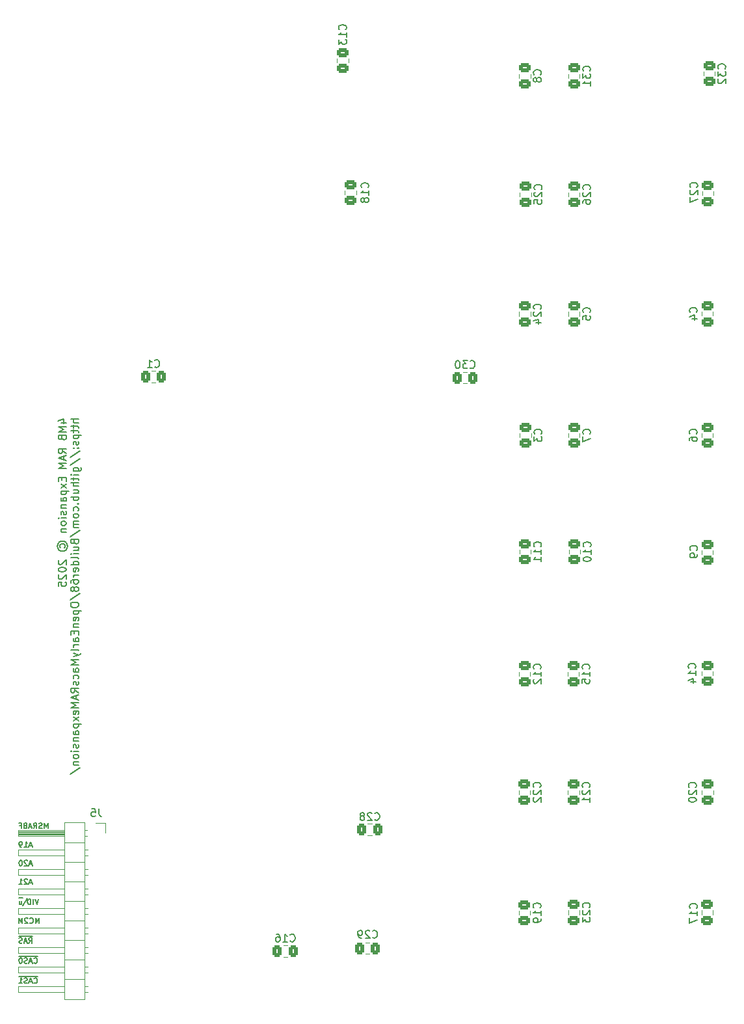
<source format=gbo>
G04 #@! TF.GenerationSoftware,KiCad,Pcbnew,8.0.5*
G04 #@! TF.CreationDate,2025-01-09T14:19:17-04:00*
G04 #@! TF.ProjectId,RAMEXB_V22_Github,52414d45-5842-45f5-9632-325f47697468,rev?*
G04 #@! TF.SameCoordinates,Original*
G04 #@! TF.FileFunction,Legend,Bot*
G04 #@! TF.FilePolarity,Positive*
%FSLAX46Y46*%
G04 Gerber Fmt 4.6, Leading zero omitted, Abs format (unit mm)*
G04 Created by KiCad (PCBNEW 8.0.5) date 2025-01-09 14:19:17*
%MOMM*%
%LPD*%
G01*
G04 APERTURE LIST*
G04 Aperture macros list*
%AMRoundRect*
0 Rectangle with rounded corners*
0 $1 Rounding radius*
0 $2 $3 $4 $5 $6 $7 $8 $9 X,Y pos of 4 corners*
0 Add a 4 corners polygon primitive as box body*
4,1,4,$2,$3,$4,$5,$6,$7,$8,$9,$2,$3,0*
0 Add four circle primitives for the rounded corners*
1,1,$1+$1,$2,$3*
1,1,$1+$1,$4,$5*
1,1,$1+$1,$6,$7*
1,1,$1+$1,$8,$9*
0 Add four rect primitives between the rounded corners*
20,1,$1+$1,$2,$3,$4,$5,0*
20,1,$1+$1,$4,$5,$6,$7,0*
20,1,$1+$1,$6,$7,$8,$9,0*
20,1,$1+$1,$8,$9,$2,$3,0*%
G04 Aperture macros list end*
%ADD10C,0.150000*%
%ADD11C,0.120000*%
%ADD12C,3.200000*%
%ADD13RoundRect,0.250000X0.475000X-0.337500X0.475000X0.337500X-0.475000X0.337500X-0.475000X-0.337500X0*%
%ADD14R,1.700000X1.700000*%
%ADD15O,1.700000X1.700000*%
%ADD16RoundRect,0.250000X0.337500X0.475000X-0.337500X0.475000X-0.337500X-0.475000X0.337500X-0.475000X0*%
G04 APERTURE END LIST*
D10*
X155321316Y-135954867D02*
X155554649Y-135621534D01*
X155721316Y-135954867D02*
X155721316Y-135254867D01*
X155721316Y-135254867D02*
X155454649Y-135254867D01*
X155454649Y-135254867D02*
X155387983Y-135288200D01*
X155387983Y-135288200D02*
X155354649Y-135321534D01*
X155354649Y-135321534D02*
X155321316Y-135388200D01*
X155321316Y-135388200D02*
X155321316Y-135488200D01*
X155321316Y-135488200D02*
X155354649Y-135554867D01*
X155354649Y-135554867D02*
X155387983Y-135588200D01*
X155387983Y-135588200D02*
X155454649Y-135621534D01*
X155454649Y-135621534D02*
X155721316Y-135621534D01*
X155054649Y-135754867D02*
X154721316Y-135754867D01*
X155121316Y-135954867D02*
X154887983Y-135254867D01*
X154887983Y-135254867D02*
X154654649Y-135954867D01*
X154454649Y-135921534D02*
X154354649Y-135954867D01*
X154354649Y-135954867D02*
X154187983Y-135954867D01*
X154187983Y-135954867D02*
X154121316Y-135921534D01*
X154121316Y-135921534D02*
X154087983Y-135888200D01*
X154087983Y-135888200D02*
X154054649Y-135821534D01*
X154054649Y-135821534D02*
X154054649Y-135754867D01*
X154054649Y-135754867D02*
X154087983Y-135688200D01*
X154087983Y-135688200D02*
X154121316Y-135654867D01*
X154121316Y-135654867D02*
X154187983Y-135621534D01*
X154187983Y-135621534D02*
X154321316Y-135588200D01*
X154321316Y-135588200D02*
X154387983Y-135554867D01*
X154387983Y-135554867D02*
X154421316Y-135521534D01*
X154421316Y-135521534D02*
X154454649Y-135454867D01*
X154454649Y-135454867D02*
X154454649Y-135388200D01*
X154454649Y-135388200D02*
X154421316Y-135321534D01*
X154421316Y-135321534D02*
X154387983Y-135288200D01*
X154387983Y-135288200D02*
X154321316Y-135254867D01*
X154321316Y-135254867D02*
X154154649Y-135254867D01*
X154154649Y-135254867D02*
X154054649Y-135288200D01*
X155817983Y-135060534D02*
X153991316Y-135060534D01*
X155987983Y-138504033D02*
X156021316Y-138537367D01*
X156021316Y-138537367D02*
X156121316Y-138570700D01*
X156121316Y-138570700D02*
X156187983Y-138570700D01*
X156187983Y-138570700D02*
X156287983Y-138537367D01*
X156287983Y-138537367D02*
X156354650Y-138470700D01*
X156354650Y-138470700D02*
X156387983Y-138404033D01*
X156387983Y-138404033D02*
X156421316Y-138270700D01*
X156421316Y-138270700D02*
X156421316Y-138170700D01*
X156421316Y-138170700D02*
X156387983Y-138037367D01*
X156387983Y-138037367D02*
X156354650Y-137970700D01*
X156354650Y-137970700D02*
X156287983Y-137904033D01*
X156287983Y-137904033D02*
X156187983Y-137870700D01*
X156187983Y-137870700D02*
X156121316Y-137870700D01*
X156121316Y-137870700D02*
X156021316Y-137904033D01*
X156021316Y-137904033D02*
X155987983Y-137937367D01*
X155721316Y-138370700D02*
X155387983Y-138370700D01*
X155787983Y-138570700D02*
X155554650Y-137870700D01*
X155554650Y-137870700D02*
X155321316Y-138570700D01*
X155121316Y-138537367D02*
X155021316Y-138570700D01*
X155021316Y-138570700D02*
X154854650Y-138570700D01*
X154854650Y-138570700D02*
X154787983Y-138537367D01*
X154787983Y-138537367D02*
X154754650Y-138504033D01*
X154754650Y-138504033D02*
X154721316Y-138437367D01*
X154721316Y-138437367D02*
X154721316Y-138370700D01*
X154721316Y-138370700D02*
X154754650Y-138304033D01*
X154754650Y-138304033D02*
X154787983Y-138270700D01*
X154787983Y-138270700D02*
X154854650Y-138237367D01*
X154854650Y-138237367D02*
X154987983Y-138204033D01*
X154987983Y-138204033D02*
X155054650Y-138170700D01*
X155054650Y-138170700D02*
X155087983Y-138137367D01*
X155087983Y-138137367D02*
X155121316Y-138070700D01*
X155121316Y-138070700D02*
X155121316Y-138004033D01*
X155121316Y-138004033D02*
X155087983Y-137937367D01*
X155087983Y-137937367D02*
X155054650Y-137904033D01*
X155054650Y-137904033D02*
X154987983Y-137870700D01*
X154987983Y-137870700D02*
X154821316Y-137870700D01*
X154821316Y-137870700D02*
X154721316Y-137904033D01*
X154287983Y-137870700D02*
X154221316Y-137870700D01*
X154221316Y-137870700D02*
X154154649Y-137904033D01*
X154154649Y-137904033D02*
X154121316Y-137937367D01*
X154121316Y-137937367D02*
X154087983Y-138004033D01*
X154087983Y-138004033D02*
X154054649Y-138137367D01*
X154054649Y-138137367D02*
X154054649Y-138304033D01*
X154054649Y-138304033D02*
X154087983Y-138437367D01*
X154087983Y-138437367D02*
X154121316Y-138504033D01*
X154121316Y-138504033D02*
X154154649Y-138537367D01*
X154154649Y-138537367D02*
X154221316Y-138570700D01*
X154221316Y-138570700D02*
X154287983Y-138570700D01*
X154287983Y-138570700D02*
X154354649Y-138537367D01*
X154354649Y-138537367D02*
X154387983Y-138504033D01*
X154387983Y-138504033D02*
X154421316Y-138437367D01*
X154421316Y-138437367D02*
X154454649Y-138304033D01*
X154454649Y-138304033D02*
X154454649Y-138137367D01*
X154454649Y-138137367D02*
X154421316Y-138004033D01*
X154421316Y-138004033D02*
X154387983Y-137937367D01*
X154387983Y-137937367D02*
X154354649Y-137904033D01*
X154354649Y-137904033D02*
X154287983Y-137870700D01*
X156484650Y-137676367D02*
X153991316Y-137676367D01*
X155987983Y-141119866D02*
X156021316Y-141153200D01*
X156021316Y-141153200D02*
X156121316Y-141186533D01*
X156121316Y-141186533D02*
X156187983Y-141186533D01*
X156187983Y-141186533D02*
X156287983Y-141153200D01*
X156287983Y-141153200D02*
X156354650Y-141086533D01*
X156354650Y-141086533D02*
X156387983Y-141019866D01*
X156387983Y-141019866D02*
X156421316Y-140886533D01*
X156421316Y-140886533D02*
X156421316Y-140786533D01*
X156421316Y-140786533D02*
X156387983Y-140653200D01*
X156387983Y-140653200D02*
X156354650Y-140586533D01*
X156354650Y-140586533D02*
X156287983Y-140519866D01*
X156287983Y-140519866D02*
X156187983Y-140486533D01*
X156187983Y-140486533D02*
X156121316Y-140486533D01*
X156121316Y-140486533D02*
X156021316Y-140519866D01*
X156021316Y-140519866D02*
X155987983Y-140553200D01*
X155721316Y-140986533D02*
X155387983Y-140986533D01*
X155787983Y-141186533D02*
X155554650Y-140486533D01*
X155554650Y-140486533D02*
X155321316Y-141186533D01*
X155121316Y-141153200D02*
X155021316Y-141186533D01*
X155021316Y-141186533D02*
X154854650Y-141186533D01*
X154854650Y-141186533D02*
X154787983Y-141153200D01*
X154787983Y-141153200D02*
X154754650Y-141119866D01*
X154754650Y-141119866D02*
X154721316Y-141053200D01*
X154721316Y-141053200D02*
X154721316Y-140986533D01*
X154721316Y-140986533D02*
X154754650Y-140919866D01*
X154754650Y-140919866D02*
X154787983Y-140886533D01*
X154787983Y-140886533D02*
X154854650Y-140853200D01*
X154854650Y-140853200D02*
X154987983Y-140819866D01*
X154987983Y-140819866D02*
X155054650Y-140786533D01*
X155054650Y-140786533D02*
X155087983Y-140753200D01*
X155087983Y-140753200D02*
X155121316Y-140686533D01*
X155121316Y-140686533D02*
X155121316Y-140619866D01*
X155121316Y-140619866D02*
X155087983Y-140553200D01*
X155087983Y-140553200D02*
X155054650Y-140519866D01*
X155054650Y-140519866D02*
X154987983Y-140486533D01*
X154987983Y-140486533D02*
X154821316Y-140486533D01*
X154821316Y-140486533D02*
X154721316Y-140519866D01*
X154054649Y-141186533D02*
X154454649Y-141186533D01*
X154254649Y-141186533D02*
X154254649Y-140486533D01*
X154254649Y-140486533D02*
X154321316Y-140586533D01*
X154321316Y-140586533D02*
X154387983Y-140653200D01*
X154387983Y-140653200D02*
X154454649Y-140686533D01*
X156484650Y-140292200D02*
X153991316Y-140292200D01*
X155721316Y-123250700D02*
X155387983Y-123250700D01*
X155787983Y-123450700D02*
X155554650Y-122750700D01*
X155554650Y-122750700D02*
X155321316Y-123450700D01*
X154721316Y-123450700D02*
X155121316Y-123450700D01*
X154921316Y-123450700D02*
X154921316Y-122750700D01*
X154921316Y-122750700D02*
X154987983Y-122850700D01*
X154987983Y-122850700D02*
X155054650Y-122917367D01*
X155054650Y-122917367D02*
X155121316Y-122950700D01*
X154387983Y-123450700D02*
X154254649Y-123450700D01*
X154254649Y-123450700D02*
X154187983Y-123417367D01*
X154187983Y-123417367D02*
X154154649Y-123384033D01*
X154154649Y-123384033D02*
X154087983Y-123284033D01*
X154087983Y-123284033D02*
X154054649Y-123150700D01*
X154054649Y-123150700D02*
X154054649Y-122884033D01*
X154054649Y-122884033D02*
X154087983Y-122817367D01*
X154087983Y-122817367D02*
X154121316Y-122784033D01*
X154121316Y-122784033D02*
X154187983Y-122750700D01*
X154187983Y-122750700D02*
X154321316Y-122750700D01*
X154321316Y-122750700D02*
X154387983Y-122784033D01*
X154387983Y-122784033D02*
X154421316Y-122817367D01*
X154421316Y-122817367D02*
X154454649Y-122884033D01*
X154454649Y-122884033D02*
X154454649Y-123050700D01*
X154454649Y-123050700D02*
X154421316Y-123117367D01*
X154421316Y-123117367D02*
X154387983Y-123150700D01*
X154387983Y-123150700D02*
X154321316Y-123184033D01*
X154321316Y-123184033D02*
X154187983Y-123184033D01*
X154187983Y-123184033D02*
X154121316Y-123150700D01*
X154121316Y-123150700D02*
X154087983Y-123117367D01*
X154087983Y-123117367D02*
X154054649Y-123050700D01*
X155721316Y-125674867D02*
X155387983Y-125674867D01*
X155787983Y-125874867D02*
X155554650Y-125174867D01*
X155554650Y-125174867D02*
X155321316Y-125874867D01*
X155121316Y-125241534D02*
X155087983Y-125208200D01*
X155087983Y-125208200D02*
X155021316Y-125174867D01*
X155021316Y-125174867D02*
X154854650Y-125174867D01*
X154854650Y-125174867D02*
X154787983Y-125208200D01*
X154787983Y-125208200D02*
X154754650Y-125241534D01*
X154754650Y-125241534D02*
X154721316Y-125308200D01*
X154721316Y-125308200D02*
X154721316Y-125374867D01*
X154721316Y-125374867D02*
X154754650Y-125474867D01*
X154754650Y-125474867D02*
X155154650Y-125874867D01*
X155154650Y-125874867D02*
X154721316Y-125874867D01*
X154287983Y-125174867D02*
X154221316Y-125174867D01*
X154221316Y-125174867D02*
X154154649Y-125208200D01*
X154154649Y-125208200D02*
X154121316Y-125241534D01*
X154121316Y-125241534D02*
X154087983Y-125308200D01*
X154087983Y-125308200D02*
X154054649Y-125441534D01*
X154054649Y-125441534D02*
X154054649Y-125608200D01*
X154054649Y-125608200D02*
X154087983Y-125741534D01*
X154087983Y-125741534D02*
X154121316Y-125808200D01*
X154121316Y-125808200D02*
X154154649Y-125841534D01*
X154154649Y-125841534D02*
X154221316Y-125874867D01*
X154221316Y-125874867D02*
X154287983Y-125874867D01*
X154287983Y-125874867D02*
X154354649Y-125841534D01*
X154354649Y-125841534D02*
X154387983Y-125808200D01*
X154387983Y-125808200D02*
X154421316Y-125741534D01*
X154421316Y-125741534D02*
X154454649Y-125608200D01*
X154454649Y-125608200D02*
X154454649Y-125441534D01*
X154454649Y-125441534D02*
X154421316Y-125308200D01*
X154421316Y-125308200D02*
X154387983Y-125241534D01*
X154387983Y-125241534D02*
X154354649Y-125208200D01*
X154354649Y-125208200D02*
X154287983Y-125174867D01*
X159493208Y-68205350D02*
X160159875Y-68205350D01*
X159112256Y-67967255D02*
X159826541Y-67729160D01*
X159826541Y-67729160D02*
X159826541Y-68348207D01*
X160159875Y-68729160D02*
X159159875Y-68729160D01*
X159159875Y-68729160D02*
X159874160Y-69062493D01*
X159874160Y-69062493D02*
X159159875Y-69395826D01*
X159159875Y-69395826D02*
X160159875Y-69395826D01*
X159636065Y-70205350D02*
X159683684Y-70348207D01*
X159683684Y-70348207D02*
X159731303Y-70395826D01*
X159731303Y-70395826D02*
X159826541Y-70443445D01*
X159826541Y-70443445D02*
X159969398Y-70443445D01*
X159969398Y-70443445D02*
X160064636Y-70395826D01*
X160064636Y-70395826D02*
X160112256Y-70348207D01*
X160112256Y-70348207D02*
X160159875Y-70252969D01*
X160159875Y-70252969D02*
X160159875Y-69872017D01*
X160159875Y-69872017D02*
X159159875Y-69872017D01*
X159159875Y-69872017D02*
X159159875Y-70205350D01*
X159159875Y-70205350D02*
X159207494Y-70300588D01*
X159207494Y-70300588D02*
X159255113Y-70348207D01*
X159255113Y-70348207D02*
X159350351Y-70395826D01*
X159350351Y-70395826D02*
X159445589Y-70395826D01*
X159445589Y-70395826D02*
X159540827Y-70348207D01*
X159540827Y-70348207D02*
X159588446Y-70300588D01*
X159588446Y-70300588D02*
X159636065Y-70205350D01*
X159636065Y-70205350D02*
X159636065Y-69872017D01*
X160159875Y-72205350D02*
X159683684Y-71872017D01*
X160159875Y-71633922D02*
X159159875Y-71633922D01*
X159159875Y-71633922D02*
X159159875Y-72014874D01*
X159159875Y-72014874D02*
X159207494Y-72110112D01*
X159207494Y-72110112D02*
X159255113Y-72157731D01*
X159255113Y-72157731D02*
X159350351Y-72205350D01*
X159350351Y-72205350D02*
X159493208Y-72205350D01*
X159493208Y-72205350D02*
X159588446Y-72157731D01*
X159588446Y-72157731D02*
X159636065Y-72110112D01*
X159636065Y-72110112D02*
X159683684Y-72014874D01*
X159683684Y-72014874D02*
X159683684Y-71633922D01*
X159874160Y-72586303D02*
X159874160Y-73062493D01*
X160159875Y-72491065D02*
X159159875Y-72824398D01*
X159159875Y-72824398D02*
X160159875Y-73157731D01*
X160159875Y-73491065D02*
X159159875Y-73491065D01*
X159159875Y-73491065D02*
X159874160Y-73824398D01*
X159874160Y-73824398D02*
X159159875Y-74157731D01*
X159159875Y-74157731D02*
X160159875Y-74157731D01*
X159636065Y-75395827D02*
X159636065Y-75729160D01*
X160159875Y-75872017D02*
X160159875Y-75395827D01*
X160159875Y-75395827D02*
X159159875Y-75395827D01*
X159159875Y-75395827D02*
X159159875Y-75872017D01*
X160159875Y-76205351D02*
X159493208Y-76729160D01*
X159493208Y-76205351D02*
X160159875Y-76729160D01*
X159493208Y-77110113D02*
X160493208Y-77110113D01*
X159540827Y-77110113D02*
X159493208Y-77205351D01*
X159493208Y-77205351D02*
X159493208Y-77395827D01*
X159493208Y-77395827D02*
X159540827Y-77491065D01*
X159540827Y-77491065D02*
X159588446Y-77538684D01*
X159588446Y-77538684D02*
X159683684Y-77586303D01*
X159683684Y-77586303D02*
X159969398Y-77586303D01*
X159969398Y-77586303D02*
X160064636Y-77538684D01*
X160064636Y-77538684D02*
X160112256Y-77491065D01*
X160112256Y-77491065D02*
X160159875Y-77395827D01*
X160159875Y-77395827D02*
X160159875Y-77205351D01*
X160159875Y-77205351D02*
X160112256Y-77110113D01*
X160159875Y-78443446D02*
X159636065Y-78443446D01*
X159636065Y-78443446D02*
X159540827Y-78395827D01*
X159540827Y-78395827D02*
X159493208Y-78300589D01*
X159493208Y-78300589D02*
X159493208Y-78110113D01*
X159493208Y-78110113D02*
X159540827Y-78014875D01*
X160112256Y-78443446D02*
X160159875Y-78348208D01*
X160159875Y-78348208D02*
X160159875Y-78110113D01*
X160159875Y-78110113D02*
X160112256Y-78014875D01*
X160112256Y-78014875D02*
X160017017Y-77967256D01*
X160017017Y-77967256D02*
X159921779Y-77967256D01*
X159921779Y-77967256D02*
X159826541Y-78014875D01*
X159826541Y-78014875D02*
X159778922Y-78110113D01*
X159778922Y-78110113D02*
X159778922Y-78348208D01*
X159778922Y-78348208D02*
X159731303Y-78443446D01*
X159493208Y-78919637D02*
X160159875Y-78919637D01*
X159588446Y-78919637D02*
X159540827Y-78967256D01*
X159540827Y-78967256D02*
X159493208Y-79062494D01*
X159493208Y-79062494D02*
X159493208Y-79205351D01*
X159493208Y-79205351D02*
X159540827Y-79300589D01*
X159540827Y-79300589D02*
X159636065Y-79348208D01*
X159636065Y-79348208D02*
X160159875Y-79348208D01*
X160112256Y-79776780D02*
X160159875Y-79872018D01*
X160159875Y-79872018D02*
X160159875Y-80062494D01*
X160159875Y-80062494D02*
X160112256Y-80157732D01*
X160112256Y-80157732D02*
X160017017Y-80205351D01*
X160017017Y-80205351D02*
X159969398Y-80205351D01*
X159969398Y-80205351D02*
X159874160Y-80157732D01*
X159874160Y-80157732D02*
X159826541Y-80062494D01*
X159826541Y-80062494D02*
X159826541Y-79919637D01*
X159826541Y-79919637D02*
X159778922Y-79824399D01*
X159778922Y-79824399D02*
X159683684Y-79776780D01*
X159683684Y-79776780D02*
X159636065Y-79776780D01*
X159636065Y-79776780D02*
X159540827Y-79824399D01*
X159540827Y-79824399D02*
X159493208Y-79919637D01*
X159493208Y-79919637D02*
X159493208Y-80062494D01*
X159493208Y-80062494D02*
X159540827Y-80157732D01*
X160159875Y-80633923D02*
X159493208Y-80633923D01*
X159159875Y-80633923D02*
X159207494Y-80586304D01*
X159207494Y-80586304D02*
X159255113Y-80633923D01*
X159255113Y-80633923D02*
X159207494Y-80681542D01*
X159207494Y-80681542D02*
X159159875Y-80633923D01*
X159159875Y-80633923D02*
X159255113Y-80633923D01*
X160159875Y-81252970D02*
X160112256Y-81157732D01*
X160112256Y-81157732D02*
X160064636Y-81110113D01*
X160064636Y-81110113D02*
X159969398Y-81062494D01*
X159969398Y-81062494D02*
X159683684Y-81062494D01*
X159683684Y-81062494D02*
X159588446Y-81110113D01*
X159588446Y-81110113D02*
X159540827Y-81157732D01*
X159540827Y-81157732D02*
X159493208Y-81252970D01*
X159493208Y-81252970D02*
X159493208Y-81395827D01*
X159493208Y-81395827D02*
X159540827Y-81491065D01*
X159540827Y-81491065D02*
X159588446Y-81538684D01*
X159588446Y-81538684D02*
X159683684Y-81586303D01*
X159683684Y-81586303D02*
X159969398Y-81586303D01*
X159969398Y-81586303D02*
X160064636Y-81538684D01*
X160064636Y-81538684D02*
X160112256Y-81491065D01*
X160112256Y-81491065D02*
X160159875Y-81395827D01*
X160159875Y-81395827D02*
X160159875Y-81252970D01*
X159493208Y-82014875D02*
X160159875Y-82014875D01*
X159588446Y-82014875D02*
X159540827Y-82062494D01*
X159540827Y-82062494D02*
X159493208Y-82157732D01*
X159493208Y-82157732D02*
X159493208Y-82300589D01*
X159493208Y-82300589D02*
X159540827Y-82395827D01*
X159540827Y-82395827D02*
X159636065Y-82443446D01*
X159636065Y-82443446D02*
X160159875Y-82443446D01*
X159397970Y-84491066D02*
X159350351Y-84395827D01*
X159350351Y-84395827D02*
X159350351Y-84205351D01*
X159350351Y-84205351D02*
X159397970Y-84110113D01*
X159397970Y-84110113D02*
X159493208Y-84014875D01*
X159493208Y-84014875D02*
X159588446Y-83967256D01*
X159588446Y-83967256D02*
X159778922Y-83967256D01*
X159778922Y-83967256D02*
X159874160Y-84014875D01*
X159874160Y-84014875D02*
X159969398Y-84110113D01*
X159969398Y-84110113D02*
X160017017Y-84205351D01*
X160017017Y-84205351D02*
X160017017Y-84395827D01*
X160017017Y-84395827D02*
X159969398Y-84491066D01*
X159017017Y-84300589D02*
X159064636Y-84062494D01*
X159064636Y-84062494D02*
X159207494Y-83824399D01*
X159207494Y-83824399D02*
X159445589Y-83681542D01*
X159445589Y-83681542D02*
X159683684Y-83633923D01*
X159683684Y-83633923D02*
X159921779Y-83681542D01*
X159921779Y-83681542D02*
X160159875Y-83824399D01*
X160159875Y-83824399D02*
X160302732Y-84062494D01*
X160302732Y-84062494D02*
X160350351Y-84300589D01*
X160350351Y-84300589D02*
X160302732Y-84538685D01*
X160302732Y-84538685D02*
X160159875Y-84776780D01*
X160159875Y-84776780D02*
X159921779Y-84919637D01*
X159921779Y-84919637D02*
X159683684Y-84967256D01*
X159683684Y-84967256D02*
X159445589Y-84919637D01*
X159445589Y-84919637D02*
X159207494Y-84776780D01*
X159207494Y-84776780D02*
X159064636Y-84538685D01*
X159064636Y-84538685D02*
X159017017Y-84300589D01*
X159255113Y-86110114D02*
X159207494Y-86157733D01*
X159207494Y-86157733D02*
X159159875Y-86252971D01*
X159159875Y-86252971D02*
X159159875Y-86491066D01*
X159159875Y-86491066D02*
X159207494Y-86586304D01*
X159207494Y-86586304D02*
X159255113Y-86633923D01*
X159255113Y-86633923D02*
X159350351Y-86681542D01*
X159350351Y-86681542D02*
X159445589Y-86681542D01*
X159445589Y-86681542D02*
X159588446Y-86633923D01*
X159588446Y-86633923D02*
X160159875Y-86062495D01*
X160159875Y-86062495D02*
X160159875Y-86681542D01*
X159159875Y-87300590D02*
X159159875Y-87395828D01*
X159159875Y-87395828D02*
X159207494Y-87491066D01*
X159207494Y-87491066D02*
X159255113Y-87538685D01*
X159255113Y-87538685D02*
X159350351Y-87586304D01*
X159350351Y-87586304D02*
X159540827Y-87633923D01*
X159540827Y-87633923D02*
X159778922Y-87633923D01*
X159778922Y-87633923D02*
X159969398Y-87586304D01*
X159969398Y-87586304D02*
X160064636Y-87538685D01*
X160064636Y-87538685D02*
X160112256Y-87491066D01*
X160112256Y-87491066D02*
X160159875Y-87395828D01*
X160159875Y-87395828D02*
X160159875Y-87300590D01*
X160159875Y-87300590D02*
X160112256Y-87205352D01*
X160112256Y-87205352D02*
X160064636Y-87157733D01*
X160064636Y-87157733D02*
X159969398Y-87110114D01*
X159969398Y-87110114D02*
X159778922Y-87062495D01*
X159778922Y-87062495D02*
X159540827Y-87062495D01*
X159540827Y-87062495D02*
X159350351Y-87110114D01*
X159350351Y-87110114D02*
X159255113Y-87157733D01*
X159255113Y-87157733D02*
X159207494Y-87205352D01*
X159207494Y-87205352D02*
X159159875Y-87300590D01*
X159255113Y-88014876D02*
X159207494Y-88062495D01*
X159207494Y-88062495D02*
X159159875Y-88157733D01*
X159159875Y-88157733D02*
X159159875Y-88395828D01*
X159159875Y-88395828D02*
X159207494Y-88491066D01*
X159207494Y-88491066D02*
X159255113Y-88538685D01*
X159255113Y-88538685D02*
X159350351Y-88586304D01*
X159350351Y-88586304D02*
X159445589Y-88586304D01*
X159445589Y-88586304D02*
X159588446Y-88538685D01*
X159588446Y-88538685D02*
X160159875Y-87967257D01*
X160159875Y-87967257D02*
X160159875Y-88586304D01*
X159159875Y-89491066D02*
X159159875Y-89014876D01*
X159159875Y-89014876D02*
X159636065Y-88967257D01*
X159636065Y-88967257D02*
X159588446Y-89014876D01*
X159588446Y-89014876D02*
X159540827Y-89110114D01*
X159540827Y-89110114D02*
X159540827Y-89348209D01*
X159540827Y-89348209D02*
X159588446Y-89443447D01*
X159588446Y-89443447D02*
X159636065Y-89491066D01*
X159636065Y-89491066D02*
X159731303Y-89538685D01*
X159731303Y-89538685D02*
X159969398Y-89538685D01*
X159969398Y-89538685D02*
X160064636Y-89491066D01*
X160064636Y-89491066D02*
X160112256Y-89443447D01*
X160112256Y-89443447D02*
X160159875Y-89348209D01*
X160159875Y-89348209D02*
X160159875Y-89110114D01*
X160159875Y-89110114D02*
X160112256Y-89014876D01*
X160112256Y-89014876D02*
X160064636Y-88967257D01*
X161769819Y-67776779D02*
X160769819Y-67776779D01*
X161769819Y-68205350D02*
X161246009Y-68205350D01*
X161246009Y-68205350D02*
X161150771Y-68157731D01*
X161150771Y-68157731D02*
X161103152Y-68062493D01*
X161103152Y-68062493D02*
X161103152Y-67919636D01*
X161103152Y-67919636D02*
X161150771Y-67824398D01*
X161150771Y-67824398D02*
X161198390Y-67776779D01*
X161103152Y-68538684D02*
X161103152Y-68919636D01*
X160769819Y-68681541D02*
X161626961Y-68681541D01*
X161626961Y-68681541D02*
X161722200Y-68729160D01*
X161722200Y-68729160D02*
X161769819Y-68824398D01*
X161769819Y-68824398D02*
X161769819Y-68919636D01*
X161103152Y-69110113D02*
X161103152Y-69491065D01*
X160769819Y-69252970D02*
X161626961Y-69252970D01*
X161626961Y-69252970D02*
X161722200Y-69300589D01*
X161722200Y-69300589D02*
X161769819Y-69395827D01*
X161769819Y-69395827D02*
X161769819Y-69491065D01*
X161103152Y-69824399D02*
X162103152Y-69824399D01*
X161150771Y-69824399D02*
X161103152Y-69919637D01*
X161103152Y-69919637D02*
X161103152Y-70110113D01*
X161103152Y-70110113D02*
X161150771Y-70205351D01*
X161150771Y-70205351D02*
X161198390Y-70252970D01*
X161198390Y-70252970D02*
X161293628Y-70300589D01*
X161293628Y-70300589D02*
X161579342Y-70300589D01*
X161579342Y-70300589D02*
X161674580Y-70252970D01*
X161674580Y-70252970D02*
X161722200Y-70205351D01*
X161722200Y-70205351D02*
X161769819Y-70110113D01*
X161769819Y-70110113D02*
X161769819Y-69919637D01*
X161769819Y-69919637D02*
X161722200Y-69824399D01*
X161722200Y-70681542D02*
X161769819Y-70776780D01*
X161769819Y-70776780D02*
X161769819Y-70967256D01*
X161769819Y-70967256D02*
X161722200Y-71062494D01*
X161722200Y-71062494D02*
X161626961Y-71110113D01*
X161626961Y-71110113D02*
X161579342Y-71110113D01*
X161579342Y-71110113D02*
X161484104Y-71062494D01*
X161484104Y-71062494D02*
X161436485Y-70967256D01*
X161436485Y-70967256D02*
X161436485Y-70824399D01*
X161436485Y-70824399D02*
X161388866Y-70729161D01*
X161388866Y-70729161D02*
X161293628Y-70681542D01*
X161293628Y-70681542D02*
X161246009Y-70681542D01*
X161246009Y-70681542D02*
X161150771Y-70729161D01*
X161150771Y-70729161D02*
X161103152Y-70824399D01*
X161103152Y-70824399D02*
X161103152Y-70967256D01*
X161103152Y-70967256D02*
X161150771Y-71062494D01*
X161674580Y-71538685D02*
X161722200Y-71586304D01*
X161722200Y-71586304D02*
X161769819Y-71538685D01*
X161769819Y-71538685D02*
X161722200Y-71491066D01*
X161722200Y-71491066D02*
X161674580Y-71538685D01*
X161674580Y-71538685D02*
X161769819Y-71538685D01*
X161150771Y-71538685D02*
X161198390Y-71586304D01*
X161198390Y-71586304D02*
X161246009Y-71538685D01*
X161246009Y-71538685D02*
X161198390Y-71491066D01*
X161198390Y-71491066D02*
X161150771Y-71538685D01*
X161150771Y-71538685D02*
X161246009Y-71538685D01*
X160722200Y-72729160D02*
X162007914Y-71872018D01*
X160722200Y-73776779D02*
X162007914Y-72919637D01*
X161103152Y-74538684D02*
X161912676Y-74538684D01*
X161912676Y-74538684D02*
X162007914Y-74491065D01*
X162007914Y-74491065D02*
X162055533Y-74443446D01*
X162055533Y-74443446D02*
X162103152Y-74348208D01*
X162103152Y-74348208D02*
X162103152Y-74205351D01*
X162103152Y-74205351D02*
X162055533Y-74110113D01*
X161722200Y-74538684D02*
X161769819Y-74443446D01*
X161769819Y-74443446D02*
X161769819Y-74252970D01*
X161769819Y-74252970D02*
X161722200Y-74157732D01*
X161722200Y-74157732D02*
X161674580Y-74110113D01*
X161674580Y-74110113D02*
X161579342Y-74062494D01*
X161579342Y-74062494D02*
X161293628Y-74062494D01*
X161293628Y-74062494D02*
X161198390Y-74110113D01*
X161198390Y-74110113D02*
X161150771Y-74157732D01*
X161150771Y-74157732D02*
X161103152Y-74252970D01*
X161103152Y-74252970D02*
X161103152Y-74443446D01*
X161103152Y-74443446D02*
X161150771Y-74538684D01*
X161769819Y-75014875D02*
X161103152Y-75014875D01*
X160769819Y-75014875D02*
X160817438Y-74967256D01*
X160817438Y-74967256D02*
X160865057Y-75014875D01*
X160865057Y-75014875D02*
X160817438Y-75062494D01*
X160817438Y-75062494D02*
X160769819Y-75014875D01*
X160769819Y-75014875D02*
X160865057Y-75014875D01*
X161103152Y-75348208D02*
X161103152Y-75729160D01*
X160769819Y-75491065D02*
X161626961Y-75491065D01*
X161626961Y-75491065D02*
X161722200Y-75538684D01*
X161722200Y-75538684D02*
X161769819Y-75633922D01*
X161769819Y-75633922D02*
X161769819Y-75729160D01*
X161769819Y-76062494D02*
X160769819Y-76062494D01*
X161769819Y-76491065D02*
X161246009Y-76491065D01*
X161246009Y-76491065D02*
X161150771Y-76443446D01*
X161150771Y-76443446D02*
X161103152Y-76348208D01*
X161103152Y-76348208D02*
X161103152Y-76205351D01*
X161103152Y-76205351D02*
X161150771Y-76110113D01*
X161150771Y-76110113D02*
X161198390Y-76062494D01*
X161103152Y-77395827D02*
X161769819Y-77395827D01*
X161103152Y-76967256D02*
X161626961Y-76967256D01*
X161626961Y-76967256D02*
X161722200Y-77014875D01*
X161722200Y-77014875D02*
X161769819Y-77110113D01*
X161769819Y-77110113D02*
X161769819Y-77252970D01*
X161769819Y-77252970D02*
X161722200Y-77348208D01*
X161722200Y-77348208D02*
X161674580Y-77395827D01*
X161769819Y-77872018D02*
X160769819Y-77872018D01*
X161150771Y-77872018D02*
X161103152Y-77967256D01*
X161103152Y-77967256D02*
X161103152Y-78157732D01*
X161103152Y-78157732D02*
X161150771Y-78252970D01*
X161150771Y-78252970D02*
X161198390Y-78300589D01*
X161198390Y-78300589D02*
X161293628Y-78348208D01*
X161293628Y-78348208D02*
X161579342Y-78348208D01*
X161579342Y-78348208D02*
X161674580Y-78300589D01*
X161674580Y-78300589D02*
X161722200Y-78252970D01*
X161722200Y-78252970D02*
X161769819Y-78157732D01*
X161769819Y-78157732D02*
X161769819Y-77967256D01*
X161769819Y-77967256D02*
X161722200Y-77872018D01*
X161674580Y-78776780D02*
X161722200Y-78824399D01*
X161722200Y-78824399D02*
X161769819Y-78776780D01*
X161769819Y-78776780D02*
X161722200Y-78729161D01*
X161722200Y-78729161D02*
X161674580Y-78776780D01*
X161674580Y-78776780D02*
X161769819Y-78776780D01*
X161722200Y-79681541D02*
X161769819Y-79586303D01*
X161769819Y-79586303D02*
X161769819Y-79395827D01*
X161769819Y-79395827D02*
X161722200Y-79300589D01*
X161722200Y-79300589D02*
X161674580Y-79252970D01*
X161674580Y-79252970D02*
X161579342Y-79205351D01*
X161579342Y-79205351D02*
X161293628Y-79205351D01*
X161293628Y-79205351D02*
X161198390Y-79252970D01*
X161198390Y-79252970D02*
X161150771Y-79300589D01*
X161150771Y-79300589D02*
X161103152Y-79395827D01*
X161103152Y-79395827D02*
X161103152Y-79586303D01*
X161103152Y-79586303D02*
X161150771Y-79681541D01*
X161769819Y-80252970D02*
X161722200Y-80157732D01*
X161722200Y-80157732D02*
X161674580Y-80110113D01*
X161674580Y-80110113D02*
X161579342Y-80062494D01*
X161579342Y-80062494D02*
X161293628Y-80062494D01*
X161293628Y-80062494D02*
X161198390Y-80110113D01*
X161198390Y-80110113D02*
X161150771Y-80157732D01*
X161150771Y-80157732D02*
X161103152Y-80252970D01*
X161103152Y-80252970D02*
X161103152Y-80395827D01*
X161103152Y-80395827D02*
X161150771Y-80491065D01*
X161150771Y-80491065D02*
X161198390Y-80538684D01*
X161198390Y-80538684D02*
X161293628Y-80586303D01*
X161293628Y-80586303D02*
X161579342Y-80586303D01*
X161579342Y-80586303D02*
X161674580Y-80538684D01*
X161674580Y-80538684D02*
X161722200Y-80491065D01*
X161722200Y-80491065D02*
X161769819Y-80395827D01*
X161769819Y-80395827D02*
X161769819Y-80252970D01*
X161769819Y-81014875D02*
X161103152Y-81014875D01*
X161198390Y-81014875D02*
X161150771Y-81062494D01*
X161150771Y-81062494D02*
X161103152Y-81157732D01*
X161103152Y-81157732D02*
X161103152Y-81300589D01*
X161103152Y-81300589D02*
X161150771Y-81395827D01*
X161150771Y-81395827D02*
X161246009Y-81443446D01*
X161246009Y-81443446D02*
X161769819Y-81443446D01*
X161246009Y-81443446D02*
X161150771Y-81491065D01*
X161150771Y-81491065D02*
X161103152Y-81586303D01*
X161103152Y-81586303D02*
X161103152Y-81729160D01*
X161103152Y-81729160D02*
X161150771Y-81824399D01*
X161150771Y-81824399D02*
X161246009Y-81872018D01*
X161246009Y-81872018D02*
X161769819Y-81872018D01*
X160722200Y-83062493D02*
X162007914Y-82205351D01*
X161246009Y-83729160D02*
X161293628Y-83872017D01*
X161293628Y-83872017D02*
X161341247Y-83919636D01*
X161341247Y-83919636D02*
X161436485Y-83967255D01*
X161436485Y-83967255D02*
X161579342Y-83967255D01*
X161579342Y-83967255D02*
X161674580Y-83919636D01*
X161674580Y-83919636D02*
X161722200Y-83872017D01*
X161722200Y-83872017D02*
X161769819Y-83776779D01*
X161769819Y-83776779D02*
X161769819Y-83395827D01*
X161769819Y-83395827D02*
X160769819Y-83395827D01*
X160769819Y-83395827D02*
X160769819Y-83729160D01*
X160769819Y-83729160D02*
X160817438Y-83824398D01*
X160817438Y-83824398D02*
X160865057Y-83872017D01*
X160865057Y-83872017D02*
X160960295Y-83919636D01*
X160960295Y-83919636D02*
X161055533Y-83919636D01*
X161055533Y-83919636D02*
X161150771Y-83872017D01*
X161150771Y-83872017D02*
X161198390Y-83824398D01*
X161198390Y-83824398D02*
X161246009Y-83729160D01*
X161246009Y-83729160D02*
X161246009Y-83395827D01*
X161103152Y-84824398D02*
X161769819Y-84824398D01*
X161103152Y-84395827D02*
X161626961Y-84395827D01*
X161626961Y-84395827D02*
X161722200Y-84443446D01*
X161722200Y-84443446D02*
X161769819Y-84538684D01*
X161769819Y-84538684D02*
X161769819Y-84681541D01*
X161769819Y-84681541D02*
X161722200Y-84776779D01*
X161722200Y-84776779D02*
X161674580Y-84824398D01*
X161769819Y-85300589D02*
X161103152Y-85300589D01*
X160769819Y-85300589D02*
X160817438Y-85252970D01*
X160817438Y-85252970D02*
X160865057Y-85300589D01*
X160865057Y-85300589D02*
X160817438Y-85348208D01*
X160817438Y-85348208D02*
X160769819Y-85300589D01*
X160769819Y-85300589D02*
X160865057Y-85300589D01*
X161769819Y-85919636D02*
X161722200Y-85824398D01*
X161722200Y-85824398D02*
X161626961Y-85776779D01*
X161626961Y-85776779D02*
X160769819Y-85776779D01*
X161769819Y-86729160D02*
X160769819Y-86729160D01*
X161722200Y-86729160D02*
X161769819Y-86633922D01*
X161769819Y-86633922D02*
X161769819Y-86443446D01*
X161769819Y-86443446D02*
X161722200Y-86348208D01*
X161722200Y-86348208D02*
X161674580Y-86300589D01*
X161674580Y-86300589D02*
X161579342Y-86252970D01*
X161579342Y-86252970D02*
X161293628Y-86252970D01*
X161293628Y-86252970D02*
X161198390Y-86300589D01*
X161198390Y-86300589D02*
X161150771Y-86348208D01*
X161150771Y-86348208D02*
X161103152Y-86443446D01*
X161103152Y-86443446D02*
X161103152Y-86633922D01*
X161103152Y-86633922D02*
X161150771Y-86729160D01*
X161722200Y-87586303D02*
X161769819Y-87491065D01*
X161769819Y-87491065D02*
X161769819Y-87300589D01*
X161769819Y-87300589D02*
X161722200Y-87205351D01*
X161722200Y-87205351D02*
X161626961Y-87157732D01*
X161626961Y-87157732D02*
X161246009Y-87157732D01*
X161246009Y-87157732D02*
X161150771Y-87205351D01*
X161150771Y-87205351D02*
X161103152Y-87300589D01*
X161103152Y-87300589D02*
X161103152Y-87491065D01*
X161103152Y-87491065D02*
X161150771Y-87586303D01*
X161150771Y-87586303D02*
X161246009Y-87633922D01*
X161246009Y-87633922D02*
X161341247Y-87633922D01*
X161341247Y-87633922D02*
X161436485Y-87157732D01*
X161769819Y-88062494D02*
X161103152Y-88062494D01*
X161293628Y-88062494D02*
X161198390Y-88110113D01*
X161198390Y-88110113D02*
X161150771Y-88157732D01*
X161150771Y-88157732D02*
X161103152Y-88252970D01*
X161103152Y-88252970D02*
X161103152Y-88348208D01*
X160769819Y-89110113D02*
X160769819Y-88919637D01*
X160769819Y-88919637D02*
X160817438Y-88824399D01*
X160817438Y-88824399D02*
X160865057Y-88776780D01*
X160865057Y-88776780D02*
X161007914Y-88681542D01*
X161007914Y-88681542D02*
X161198390Y-88633923D01*
X161198390Y-88633923D02*
X161579342Y-88633923D01*
X161579342Y-88633923D02*
X161674580Y-88681542D01*
X161674580Y-88681542D02*
X161722200Y-88729161D01*
X161722200Y-88729161D02*
X161769819Y-88824399D01*
X161769819Y-88824399D02*
X161769819Y-89014875D01*
X161769819Y-89014875D02*
X161722200Y-89110113D01*
X161722200Y-89110113D02*
X161674580Y-89157732D01*
X161674580Y-89157732D02*
X161579342Y-89205351D01*
X161579342Y-89205351D02*
X161341247Y-89205351D01*
X161341247Y-89205351D02*
X161246009Y-89157732D01*
X161246009Y-89157732D02*
X161198390Y-89110113D01*
X161198390Y-89110113D02*
X161150771Y-89014875D01*
X161150771Y-89014875D02*
X161150771Y-88824399D01*
X161150771Y-88824399D02*
X161198390Y-88729161D01*
X161198390Y-88729161D02*
X161246009Y-88681542D01*
X161246009Y-88681542D02*
X161341247Y-88633923D01*
X161198390Y-89776780D02*
X161150771Y-89681542D01*
X161150771Y-89681542D02*
X161103152Y-89633923D01*
X161103152Y-89633923D02*
X161007914Y-89586304D01*
X161007914Y-89586304D02*
X160960295Y-89586304D01*
X160960295Y-89586304D02*
X160865057Y-89633923D01*
X160865057Y-89633923D02*
X160817438Y-89681542D01*
X160817438Y-89681542D02*
X160769819Y-89776780D01*
X160769819Y-89776780D02*
X160769819Y-89967256D01*
X160769819Y-89967256D02*
X160817438Y-90062494D01*
X160817438Y-90062494D02*
X160865057Y-90110113D01*
X160865057Y-90110113D02*
X160960295Y-90157732D01*
X160960295Y-90157732D02*
X161007914Y-90157732D01*
X161007914Y-90157732D02*
X161103152Y-90110113D01*
X161103152Y-90110113D02*
X161150771Y-90062494D01*
X161150771Y-90062494D02*
X161198390Y-89967256D01*
X161198390Y-89967256D02*
X161198390Y-89776780D01*
X161198390Y-89776780D02*
X161246009Y-89681542D01*
X161246009Y-89681542D02*
X161293628Y-89633923D01*
X161293628Y-89633923D02*
X161388866Y-89586304D01*
X161388866Y-89586304D02*
X161579342Y-89586304D01*
X161579342Y-89586304D02*
X161674580Y-89633923D01*
X161674580Y-89633923D02*
X161722200Y-89681542D01*
X161722200Y-89681542D02*
X161769819Y-89776780D01*
X161769819Y-89776780D02*
X161769819Y-89967256D01*
X161769819Y-89967256D02*
X161722200Y-90062494D01*
X161722200Y-90062494D02*
X161674580Y-90110113D01*
X161674580Y-90110113D02*
X161579342Y-90157732D01*
X161579342Y-90157732D02*
X161388866Y-90157732D01*
X161388866Y-90157732D02*
X161293628Y-90110113D01*
X161293628Y-90110113D02*
X161246009Y-90062494D01*
X161246009Y-90062494D02*
X161198390Y-89967256D01*
X160722200Y-91300589D02*
X162007914Y-90443447D01*
X160769819Y-91824399D02*
X160769819Y-92014875D01*
X160769819Y-92014875D02*
X160817438Y-92110113D01*
X160817438Y-92110113D02*
X160912676Y-92205351D01*
X160912676Y-92205351D02*
X161103152Y-92252970D01*
X161103152Y-92252970D02*
X161436485Y-92252970D01*
X161436485Y-92252970D02*
X161626961Y-92205351D01*
X161626961Y-92205351D02*
X161722200Y-92110113D01*
X161722200Y-92110113D02*
X161769819Y-92014875D01*
X161769819Y-92014875D02*
X161769819Y-91824399D01*
X161769819Y-91824399D02*
X161722200Y-91729161D01*
X161722200Y-91729161D02*
X161626961Y-91633923D01*
X161626961Y-91633923D02*
X161436485Y-91586304D01*
X161436485Y-91586304D02*
X161103152Y-91586304D01*
X161103152Y-91586304D02*
X160912676Y-91633923D01*
X160912676Y-91633923D02*
X160817438Y-91729161D01*
X160817438Y-91729161D02*
X160769819Y-91824399D01*
X161103152Y-92681542D02*
X162103152Y-92681542D01*
X161150771Y-92681542D02*
X161103152Y-92776780D01*
X161103152Y-92776780D02*
X161103152Y-92967256D01*
X161103152Y-92967256D02*
X161150771Y-93062494D01*
X161150771Y-93062494D02*
X161198390Y-93110113D01*
X161198390Y-93110113D02*
X161293628Y-93157732D01*
X161293628Y-93157732D02*
X161579342Y-93157732D01*
X161579342Y-93157732D02*
X161674580Y-93110113D01*
X161674580Y-93110113D02*
X161722200Y-93062494D01*
X161722200Y-93062494D02*
X161769819Y-92967256D01*
X161769819Y-92967256D02*
X161769819Y-92776780D01*
X161769819Y-92776780D02*
X161722200Y-92681542D01*
X161722200Y-93967256D02*
X161769819Y-93872018D01*
X161769819Y-93872018D02*
X161769819Y-93681542D01*
X161769819Y-93681542D02*
X161722200Y-93586304D01*
X161722200Y-93586304D02*
X161626961Y-93538685D01*
X161626961Y-93538685D02*
X161246009Y-93538685D01*
X161246009Y-93538685D02*
X161150771Y-93586304D01*
X161150771Y-93586304D02*
X161103152Y-93681542D01*
X161103152Y-93681542D02*
X161103152Y-93872018D01*
X161103152Y-93872018D02*
X161150771Y-93967256D01*
X161150771Y-93967256D02*
X161246009Y-94014875D01*
X161246009Y-94014875D02*
X161341247Y-94014875D01*
X161341247Y-94014875D02*
X161436485Y-93538685D01*
X161103152Y-94443447D02*
X161769819Y-94443447D01*
X161198390Y-94443447D02*
X161150771Y-94491066D01*
X161150771Y-94491066D02*
X161103152Y-94586304D01*
X161103152Y-94586304D02*
X161103152Y-94729161D01*
X161103152Y-94729161D02*
X161150771Y-94824399D01*
X161150771Y-94824399D02*
X161246009Y-94872018D01*
X161246009Y-94872018D02*
X161769819Y-94872018D01*
X161246009Y-95348209D02*
X161246009Y-95681542D01*
X161769819Y-95824399D02*
X161769819Y-95348209D01*
X161769819Y-95348209D02*
X160769819Y-95348209D01*
X160769819Y-95348209D02*
X160769819Y-95824399D01*
X161769819Y-96681542D02*
X161246009Y-96681542D01*
X161246009Y-96681542D02*
X161150771Y-96633923D01*
X161150771Y-96633923D02*
X161103152Y-96538685D01*
X161103152Y-96538685D02*
X161103152Y-96348209D01*
X161103152Y-96348209D02*
X161150771Y-96252971D01*
X161722200Y-96681542D02*
X161769819Y-96586304D01*
X161769819Y-96586304D02*
X161769819Y-96348209D01*
X161769819Y-96348209D02*
X161722200Y-96252971D01*
X161722200Y-96252971D02*
X161626961Y-96205352D01*
X161626961Y-96205352D02*
X161531723Y-96205352D01*
X161531723Y-96205352D02*
X161436485Y-96252971D01*
X161436485Y-96252971D02*
X161388866Y-96348209D01*
X161388866Y-96348209D02*
X161388866Y-96586304D01*
X161388866Y-96586304D02*
X161341247Y-96681542D01*
X161769819Y-97157733D02*
X161103152Y-97157733D01*
X161293628Y-97157733D02*
X161198390Y-97205352D01*
X161198390Y-97205352D02*
X161150771Y-97252971D01*
X161150771Y-97252971D02*
X161103152Y-97348209D01*
X161103152Y-97348209D02*
X161103152Y-97443447D01*
X161769819Y-97919638D02*
X161722200Y-97824400D01*
X161722200Y-97824400D02*
X161626961Y-97776781D01*
X161626961Y-97776781D02*
X160769819Y-97776781D01*
X161103152Y-98205353D02*
X161769819Y-98443448D01*
X161103152Y-98681543D02*
X161769819Y-98443448D01*
X161769819Y-98443448D02*
X162007914Y-98348210D01*
X162007914Y-98348210D02*
X162055533Y-98300591D01*
X162055533Y-98300591D02*
X162103152Y-98205353D01*
X161769819Y-99062496D02*
X160769819Y-99062496D01*
X160769819Y-99062496D02*
X161484104Y-99395829D01*
X161484104Y-99395829D02*
X160769819Y-99729162D01*
X160769819Y-99729162D02*
X161769819Y-99729162D01*
X161769819Y-100633924D02*
X161246009Y-100633924D01*
X161246009Y-100633924D02*
X161150771Y-100586305D01*
X161150771Y-100586305D02*
X161103152Y-100491067D01*
X161103152Y-100491067D02*
X161103152Y-100300591D01*
X161103152Y-100300591D02*
X161150771Y-100205353D01*
X161722200Y-100633924D02*
X161769819Y-100538686D01*
X161769819Y-100538686D02*
X161769819Y-100300591D01*
X161769819Y-100300591D02*
X161722200Y-100205353D01*
X161722200Y-100205353D02*
X161626961Y-100157734D01*
X161626961Y-100157734D02*
X161531723Y-100157734D01*
X161531723Y-100157734D02*
X161436485Y-100205353D01*
X161436485Y-100205353D02*
X161388866Y-100300591D01*
X161388866Y-100300591D02*
X161388866Y-100538686D01*
X161388866Y-100538686D02*
X161341247Y-100633924D01*
X161722200Y-101538686D02*
X161769819Y-101443448D01*
X161769819Y-101443448D02*
X161769819Y-101252972D01*
X161769819Y-101252972D02*
X161722200Y-101157734D01*
X161722200Y-101157734D02*
X161674580Y-101110115D01*
X161674580Y-101110115D02*
X161579342Y-101062496D01*
X161579342Y-101062496D02*
X161293628Y-101062496D01*
X161293628Y-101062496D02*
X161198390Y-101110115D01*
X161198390Y-101110115D02*
X161150771Y-101157734D01*
X161150771Y-101157734D02*
X161103152Y-101252972D01*
X161103152Y-101252972D02*
X161103152Y-101443448D01*
X161103152Y-101443448D02*
X161150771Y-101538686D01*
X161722200Y-101919639D02*
X161769819Y-102014877D01*
X161769819Y-102014877D02*
X161769819Y-102205353D01*
X161769819Y-102205353D02*
X161722200Y-102300591D01*
X161722200Y-102300591D02*
X161626961Y-102348210D01*
X161626961Y-102348210D02*
X161579342Y-102348210D01*
X161579342Y-102348210D02*
X161484104Y-102300591D01*
X161484104Y-102300591D02*
X161436485Y-102205353D01*
X161436485Y-102205353D02*
X161436485Y-102062496D01*
X161436485Y-102062496D02*
X161388866Y-101967258D01*
X161388866Y-101967258D02*
X161293628Y-101919639D01*
X161293628Y-101919639D02*
X161246009Y-101919639D01*
X161246009Y-101919639D02*
X161150771Y-101967258D01*
X161150771Y-101967258D02*
X161103152Y-102062496D01*
X161103152Y-102062496D02*
X161103152Y-102205353D01*
X161103152Y-102205353D02*
X161150771Y-102300591D01*
X161769819Y-103348210D02*
X161293628Y-103014877D01*
X161769819Y-102776782D02*
X160769819Y-102776782D01*
X160769819Y-102776782D02*
X160769819Y-103157734D01*
X160769819Y-103157734D02*
X160817438Y-103252972D01*
X160817438Y-103252972D02*
X160865057Y-103300591D01*
X160865057Y-103300591D02*
X160960295Y-103348210D01*
X160960295Y-103348210D02*
X161103152Y-103348210D01*
X161103152Y-103348210D02*
X161198390Y-103300591D01*
X161198390Y-103300591D02*
X161246009Y-103252972D01*
X161246009Y-103252972D02*
X161293628Y-103157734D01*
X161293628Y-103157734D02*
X161293628Y-102776782D01*
X161484104Y-103729163D02*
X161484104Y-104205353D01*
X161769819Y-103633925D02*
X160769819Y-103967258D01*
X160769819Y-103967258D02*
X161769819Y-104300591D01*
X161769819Y-104633925D02*
X160769819Y-104633925D01*
X160769819Y-104633925D02*
X161484104Y-104967258D01*
X161484104Y-104967258D02*
X160769819Y-105300591D01*
X160769819Y-105300591D02*
X161769819Y-105300591D01*
X161722200Y-106157734D02*
X161769819Y-106062496D01*
X161769819Y-106062496D02*
X161769819Y-105872020D01*
X161769819Y-105872020D02*
X161722200Y-105776782D01*
X161722200Y-105776782D02*
X161626961Y-105729163D01*
X161626961Y-105729163D02*
X161246009Y-105729163D01*
X161246009Y-105729163D02*
X161150771Y-105776782D01*
X161150771Y-105776782D02*
X161103152Y-105872020D01*
X161103152Y-105872020D02*
X161103152Y-106062496D01*
X161103152Y-106062496D02*
X161150771Y-106157734D01*
X161150771Y-106157734D02*
X161246009Y-106205353D01*
X161246009Y-106205353D02*
X161341247Y-106205353D01*
X161341247Y-106205353D02*
X161436485Y-105729163D01*
X161769819Y-106538687D02*
X161103152Y-107062496D01*
X161103152Y-106538687D02*
X161769819Y-107062496D01*
X161103152Y-107443449D02*
X162103152Y-107443449D01*
X161150771Y-107443449D02*
X161103152Y-107538687D01*
X161103152Y-107538687D02*
X161103152Y-107729163D01*
X161103152Y-107729163D02*
X161150771Y-107824401D01*
X161150771Y-107824401D02*
X161198390Y-107872020D01*
X161198390Y-107872020D02*
X161293628Y-107919639D01*
X161293628Y-107919639D02*
X161579342Y-107919639D01*
X161579342Y-107919639D02*
X161674580Y-107872020D01*
X161674580Y-107872020D02*
X161722200Y-107824401D01*
X161722200Y-107824401D02*
X161769819Y-107729163D01*
X161769819Y-107729163D02*
X161769819Y-107538687D01*
X161769819Y-107538687D02*
X161722200Y-107443449D01*
X161769819Y-108776782D02*
X161246009Y-108776782D01*
X161246009Y-108776782D02*
X161150771Y-108729163D01*
X161150771Y-108729163D02*
X161103152Y-108633925D01*
X161103152Y-108633925D02*
X161103152Y-108443449D01*
X161103152Y-108443449D02*
X161150771Y-108348211D01*
X161722200Y-108776782D02*
X161769819Y-108681544D01*
X161769819Y-108681544D02*
X161769819Y-108443449D01*
X161769819Y-108443449D02*
X161722200Y-108348211D01*
X161722200Y-108348211D02*
X161626961Y-108300592D01*
X161626961Y-108300592D02*
X161531723Y-108300592D01*
X161531723Y-108300592D02*
X161436485Y-108348211D01*
X161436485Y-108348211D02*
X161388866Y-108443449D01*
X161388866Y-108443449D02*
X161388866Y-108681544D01*
X161388866Y-108681544D02*
X161341247Y-108776782D01*
X161103152Y-109252973D02*
X161769819Y-109252973D01*
X161198390Y-109252973D02*
X161150771Y-109300592D01*
X161150771Y-109300592D02*
X161103152Y-109395830D01*
X161103152Y-109395830D02*
X161103152Y-109538687D01*
X161103152Y-109538687D02*
X161150771Y-109633925D01*
X161150771Y-109633925D02*
X161246009Y-109681544D01*
X161246009Y-109681544D02*
X161769819Y-109681544D01*
X161722200Y-110110116D02*
X161769819Y-110205354D01*
X161769819Y-110205354D02*
X161769819Y-110395830D01*
X161769819Y-110395830D02*
X161722200Y-110491068D01*
X161722200Y-110491068D02*
X161626961Y-110538687D01*
X161626961Y-110538687D02*
X161579342Y-110538687D01*
X161579342Y-110538687D02*
X161484104Y-110491068D01*
X161484104Y-110491068D02*
X161436485Y-110395830D01*
X161436485Y-110395830D02*
X161436485Y-110252973D01*
X161436485Y-110252973D02*
X161388866Y-110157735D01*
X161388866Y-110157735D02*
X161293628Y-110110116D01*
X161293628Y-110110116D02*
X161246009Y-110110116D01*
X161246009Y-110110116D02*
X161150771Y-110157735D01*
X161150771Y-110157735D02*
X161103152Y-110252973D01*
X161103152Y-110252973D02*
X161103152Y-110395830D01*
X161103152Y-110395830D02*
X161150771Y-110491068D01*
X161769819Y-110967259D02*
X161103152Y-110967259D01*
X160769819Y-110967259D02*
X160817438Y-110919640D01*
X160817438Y-110919640D02*
X160865057Y-110967259D01*
X160865057Y-110967259D02*
X160817438Y-111014878D01*
X160817438Y-111014878D02*
X160769819Y-110967259D01*
X160769819Y-110967259D02*
X160865057Y-110967259D01*
X161769819Y-111586306D02*
X161722200Y-111491068D01*
X161722200Y-111491068D02*
X161674580Y-111443449D01*
X161674580Y-111443449D02*
X161579342Y-111395830D01*
X161579342Y-111395830D02*
X161293628Y-111395830D01*
X161293628Y-111395830D02*
X161198390Y-111443449D01*
X161198390Y-111443449D02*
X161150771Y-111491068D01*
X161150771Y-111491068D02*
X161103152Y-111586306D01*
X161103152Y-111586306D02*
X161103152Y-111729163D01*
X161103152Y-111729163D02*
X161150771Y-111824401D01*
X161150771Y-111824401D02*
X161198390Y-111872020D01*
X161198390Y-111872020D02*
X161293628Y-111919639D01*
X161293628Y-111919639D02*
X161579342Y-111919639D01*
X161579342Y-111919639D02*
X161674580Y-111872020D01*
X161674580Y-111872020D02*
X161722200Y-111824401D01*
X161722200Y-111824401D02*
X161769819Y-111729163D01*
X161769819Y-111729163D02*
X161769819Y-111586306D01*
X161103152Y-112348211D02*
X161769819Y-112348211D01*
X161198390Y-112348211D02*
X161150771Y-112395830D01*
X161150771Y-112395830D02*
X161103152Y-112491068D01*
X161103152Y-112491068D02*
X161103152Y-112633925D01*
X161103152Y-112633925D02*
X161150771Y-112729163D01*
X161150771Y-112729163D02*
X161246009Y-112776782D01*
X161246009Y-112776782D02*
X161769819Y-112776782D01*
X160722200Y-113967258D02*
X162007914Y-113110116D01*
X156587982Y-130214867D02*
X156354649Y-130914867D01*
X156354649Y-130914867D02*
X156121315Y-130214867D01*
X155887982Y-130914867D02*
X155887982Y-130214867D01*
X155554649Y-130914867D02*
X155554649Y-130214867D01*
X155554649Y-130214867D02*
X155387982Y-130214867D01*
X155387982Y-130214867D02*
X155287982Y-130248200D01*
X155287982Y-130248200D02*
X155221316Y-130314867D01*
X155221316Y-130314867D02*
X155187982Y-130381534D01*
X155187982Y-130381534D02*
X155154649Y-130514867D01*
X155154649Y-130514867D02*
X155154649Y-130614867D01*
X155154649Y-130614867D02*
X155187982Y-130748200D01*
X155187982Y-130748200D02*
X155221316Y-130814867D01*
X155221316Y-130814867D02*
X155287982Y-130881534D01*
X155287982Y-130881534D02*
X155387982Y-130914867D01*
X155387982Y-130914867D02*
X155554649Y-130914867D01*
X155087982Y-130148200D02*
X154487982Y-131048200D01*
X154087982Y-130448200D02*
X154087982Y-130914867D01*
X154387982Y-130448200D02*
X154387982Y-130814867D01*
X154387982Y-130814867D02*
X154354649Y-130881534D01*
X154354649Y-130881534D02*
X154287982Y-130914867D01*
X154287982Y-130914867D02*
X154187982Y-130914867D01*
X154187982Y-130914867D02*
X154121315Y-130881534D01*
X154121315Y-130881534D02*
X154087982Y-130848200D01*
X154484649Y-130020534D02*
X153991316Y-130020534D01*
X157787983Y-121026533D02*
X157787983Y-120326533D01*
X157787983Y-120326533D02*
X157554650Y-120826533D01*
X157554650Y-120826533D02*
X157321316Y-120326533D01*
X157321316Y-120326533D02*
X157321316Y-121026533D01*
X157021316Y-120993200D02*
X156921316Y-121026533D01*
X156921316Y-121026533D02*
X156754650Y-121026533D01*
X156754650Y-121026533D02*
X156687983Y-120993200D01*
X156687983Y-120993200D02*
X156654650Y-120959866D01*
X156654650Y-120959866D02*
X156621316Y-120893200D01*
X156621316Y-120893200D02*
X156621316Y-120826533D01*
X156621316Y-120826533D02*
X156654650Y-120759866D01*
X156654650Y-120759866D02*
X156687983Y-120726533D01*
X156687983Y-120726533D02*
X156754650Y-120693200D01*
X156754650Y-120693200D02*
X156887983Y-120659866D01*
X156887983Y-120659866D02*
X156954650Y-120626533D01*
X156954650Y-120626533D02*
X156987983Y-120593200D01*
X156987983Y-120593200D02*
X157021316Y-120526533D01*
X157021316Y-120526533D02*
X157021316Y-120459866D01*
X157021316Y-120459866D02*
X156987983Y-120393200D01*
X156987983Y-120393200D02*
X156954650Y-120359866D01*
X156954650Y-120359866D02*
X156887983Y-120326533D01*
X156887983Y-120326533D02*
X156721316Y-120326533D01*
X156721316Y-120326533D02*
X156621316Y-120359866D01*
X155921316Y-121026533D02*
X156154649Y-120693200D01*
X156321316Y-121026533D02*
X156321316Y-120326533D01*
X156321316Y-120326533D02*
X156054649Y-120326533D01*
X156054649Y-120326533D02*
X155987983Y-120359866D01*
X155987983Y-120359866D02*
X155954649Y-120393200D01*
X155954649Y-120393200D02*
X155921316Y-120459866D01*
X155921316Y-120459866D02*
X155921316Y-120559866D01*
X155921316Y-120559866D02*
X155954649Y-120626533D01*
X155954649Y-120626533D02*
X155987983Y-120659866D01*
X155987983Y-120659866D02*
X156054649Y-120693200D01*
X156054649Y-120693200D02*
X156321316Y-120693200D01*
X155654649Y-120826533D02*
X155321316Y-120826533D01*
X155721316Y-121026533D02*
X155487983Y-120326533D01*
X155487983Y-120326533D02*
X155254649Y-121026533D01*
X154921316Y-120626533D02*
X154987983Y-120593200D01*
X154987983Y-120593200D02*
X155021316Y-120559866D01*
X155021316Y-120559866D02*
X155054649Y-120493200D01*
X155054649Y-120493200D02*
X155054649Y-120459866D01*
X155054649Y-120459866D02*
X155021316Y-120393200D01*
X155021316Y-120393200D02*
X154987983Y-120359866D01*
X154987983Y-120359866D02*
X154921316Y-120326533D01*
X154921316Y-120326533D02*
X154787983Y-120326533D01*
X154787983Y-120326533D02*
X154721316Y-120359866D01*
X154721316Y-120359866D02*
X154687983Y-120393200D01*
X154687983Y-120393200D02*
X154654649Y-120459866D01*
X154654649Y-120459866D02*
X154654649Y-120493200D01*
X154654649Y-120493200D02*
X154687983Y-120559866D01*
X154687983Y-120559866D02*
X154721316Y-120593200D01*
X154721316Y-120593200D02*
X154787983Y-120626533D01*
X154787983Y-120626533D02*
X154921316Y-120626533D01*
X154921316Y-120626533D02*
X154987983Y-120659866D01*
X154987983Y-120659866D02*
X155021316Y-120693200D01*
X155021316Y-120693200D02*
X155054649Y-120759866D01*
X155054649Y-120759866D02*
X155054649Y-120893200D01*
X155054649Y-120893200D02*
X155021316Y-120959866D01*
X155021316Y-120959866D02*
X154987983Y-120993200D01*
X154987983Y-120993200D02*
X154921316Y-121026533D01*
X154921316Y-121026533D02*
X154787983Y-121026533D01*
X154787983Y-121026533D02*
X154721316Y-120993200D01*
X154721316Y-120993200D02*
X154687983Y-120959866D01*
X154687983Y-120959866D02*
X154654649Y-120893200D01*
X154654649Y-120893200D02*
X154654649Y-120759866D01*
X154654649Y-120759866D02*
X154687983Y-120693200D01*
X154687983Y-120693200D02*
X154721316Y-120659866D01*
X154721316Y-120659866D02*
X154787983Y-120626533D01*
X154121316Y-120659866D02*
X154354649Y-120659866D01*
X154354649Y-121026533D02*
X154354649Y-120326533D01*
X154354649Y-120326533D02*
X154021316Y-120326533D01*
X155721316Y-128099034D02*
X155387983Y-128099034D01*
X155787983Y-128299034D02*
X155554650Y-127599034D01*
X155554650Y-127599034D02*
X155321316Y-128299034D01*
X155121316Y-127665701D02*
X155087983Y-127632367D01*
X155087983Y-127632367D02*
X155021316Y-127599034D01*
X155021316Y-127599034D02*
X154854650Y-127599034D01*
X154854650Y-127599034D02*
X154787983Y-127632367D01*
X154787983Y-127632367D02*
X154754650Y-127665701D01*
X154754650Y-127665701D02*
X154721316Y-127732367D01*
X154721316Y-127732367D02*
X154721316Y-127799034D01*
X154721316Y-127799034D02*
X154754650Y-127899034D01*
X154754650Y-127899034D02*
X155154650Y-128299034D01*
X155154650Y-128299034D02*
X154721316Y-128299034D01*
X154054649Y-128299034D02*
X154454649Y-128299034D01*
X154254649Y-128299034D02*
X154254649Y-127599034D01*
X154254649Y-127599034D02*
X154321316Y-127699034D01*
X154321316Y-127699034D02*
X154387983Y-127765701D01*
X154387983Y-127765701D02*
X154454649Y-127799034D01*
X156641316Y-133379034D02*
X156641316Y-132679034D01*
X156641316Y-132679034D02*
X156407983Y-133179034D01*
X156407983Y-133179034D02*
X156174649Y-132679034D01*
X156174649Y-132679034D02*
X156174649Y-133379034D01*
X155441316Y-133312367D02*
X155474649Y-133345701D01*
X155474649Y-133345701D02*
X155574649Y-133379034D01*
X155574649Y-133379034D02*
X155641316Y-133379034D01*
X155641316Y-133379034D02*
X155741316Y-133345701D01*
X155741316Y-133345701D02*
X155807983Y-133279034D01*
X155807983Y-133279034D02*
X155841316Y-133212367D01*
X155841316Y-133212367D02*
X155874649Y-133079034D01*
X155874649Y-133079034D02*
X155874649Y-132979034D01*
X155874649Y-132979034D02*
X155841316Y-132845701D01*
X155841316Y-132845701D02*
X155807983Y-132779034D01*
X155807983Y-132779034D02*
X155741316Y-132712367D01*
X155741316Y-132712367D02*
X155641316Y-132679034D01*
X155641316Y-132679034D02*
X155574649Y-132679034D01*
X155574649Y-132679034D02*
X155474649Y-132712367D01*
X155474649Y-132712367D02*
X155441316Y-132745701D01*
X155174649Y-132745701D02*
X155141316Y-132712367D01*
X155141316Y-132712367D02*
X155074649Y-132679034D01*
X155074649Y-132679034D02*
X154907983Y-132679034D01*
X154907983Y-132679034D02*
X154841316Y-132712367D01*
X154841316Y-132712367D02*
X154807983Y-132745701D01*
X154807983Y-132745701D02*
X154774649Y-132812367D01*
X154774649Y-132812367D02*
X154774649Y-132879034D01*
X154774649Y-132879034D02*
X154807983Y-132979034D01*
X154807983Y-132979034D02*
X155207983Y-133379034D01*
X155207983Y-133379034D02*
X154774649Y-133379034D01*
X154474649Y-133379034D02*
X154474649Y-132679034D01*
X154474649Y-132679034D02*
X154241316Y-133179034D01*
X154241316Y-133179034D02*
X154007982Y-132679034D01*
X154007982Y-132679034D02*
X154007982Y-133379034D01*
X221864580Y-115663542D02*
X221912200Y-115615923D01*
X221912200Y-115615923D02*
X221959819Y-115473066D01*
X221959819Y-115473066D02*
X221959819Y-115377828D01*
X221959819Y-115377828D02*
X221912200Y-115234971D01*
X221912200Y-115234971D02*
X221816961Y-115139733D01*
X221816961Y-115139733D02*
X221721723Y-115092114D01*
X221721723Y-115092114D02*
X221531247Y-115044495D01*
X221531247Y-115044495D02*
X221388390Y-115044495D01*
X221388390Y-115044495D02*
X221197914Y-115092114D01*
X221197914Y-115092114D02*
X221102676Y-115139733D01*
X221102676Y-115139733D02*
X221007438Y-115234971D01*
X221007438Y-115234971D02*
X220959819Y-115377828D01*
X220959819Y-115377828D02*
X220959819Y-115473066D01*
X220959819Y-115473066D02*
X221007438Y-115615923D01*
X221007438Y-115615923D02*
X221055057Y-115663542D01*
X221055057Y-116044495D02*
X221007438Y-116092114D01*
X221007438Y-116092114D02*
X220959819Y-116187352D01*
X220959819Y-116187352D02*
X220959819Y-116425447D01*
X220959819Y-116425447D02*
X221007438Y-116520685D01*
X221007438Y-116520685D02*
X221055057Y-116568304D01*
X221055057Y-116568304D02*
X221150295Y-116615923D01*
X221150295Y-116615923D02*
X221245533Y-116615923D01*
X221245533Y-116615923D02*
X221388390Y-116568304D01*
X221388390Y-116568304D02*
X221959819Y-115996876D01*
X221959819Y-115996876D02*
X221959819Y-116615923D01*
X221055057Y-116996876D02*
X221007438Y-117044495D01*
X221007438Y-117044495D02*
X220959819Y-117139733D01*
X220959819Y-117139733D02*
X220959819Y-117377828D01*
X220959819Y-117377828D02*
X221007438Y-117473066D01*
X221007438Y-117473066D02*
X221055057Y-117520685D01*
X221055057Y-117520685D02*
X221150295Y-117568304D01*
X221150295Y-117568304D02*
X221245533Y-117568304D01*
X221245533Y-117568304D02*
X221388390Y-117520685D01*
X221388390Y-117520685D02*
X221959819Y-116949257D01*
X221959819Y-116949257D02*
X221959819Y-117568304D01*
X242199580Y-69687033D02*
X242247200Y-69639414D01*
X242247200Y-69639414D02*
X242294819Y-69496557D01*
X242294819Y-69496557D02*
X242294819Y-69401319D01*
X242294819Y-69401319D02*
X242247200Y-69258462D01*
X242247200Y-69258462D02*
X242151961Y-69163224D01*
X242151961Y-69163224D02*
X242056723Y-69115605D01*
X242056723Y-69115605D02*
X241866247Y-69067986D01*
X241866247Y-69067986D02*
X241723390Y-69067986D01*
X241723390Y-69067986D02*
X241532914Y-69115605D01*
X241532914Y-69115605D02*
X241437676Y-69163224D01*
X241437676Y-69163224D02*
X241342438Y-69258462D01*
X241342438Y-69258462D02*
X241294819Y-69401319D01*
X241294819Y-69401319D02*
X241294819Y-69496557D01*
X241294819Y-69496557D02*
X241342438Y-69639414D01*
X241342438Y-69639414D02*
X241390057Y-69687033D01*
X241294819Y-70544176D02*
X241294819Y-70353700D01*
X241294819Y-70353700D02*
X241342438Y-70258462D01*
X241342438Y-70258462D02*
X241390057Y-70210843D01*
X241390057Y-70210843D02*
X241532914Y-70115605D01*
X241532914Y-70115605D02*
X241723390Y-70067986D01*
X241723390Y-70067986D02*
X242104342Y-70067986D01*
X242104342Y-70067986D02*
X242199580Y-70115605D01*
X242199580Y-70115605D02*
X242247200Y-70163224D01*
X242247200Y-70163224D02*
X242294819Y-70258462D01*
X242294819Y-70258462D02*
X242294819Y-70448938D01*
X242294819Y-70448938D02*
X242247200Y-70544176D01*
X242247200Y-70544176D02*
X242199580Y-70591795D01*
X242199580Y-70591795D02*
X242104342Y-70639414D01*
X242104342Y-70639414D02*
X241866247Y-70639414D01*
X241866247Y-70639414D02*
X241771009Y-70591795D01*
X241771009Y-70591795D02*
X241723390Y-70544176D01*
X241723390Y-70544176D02*
X241675771Y-70448938D01*
X241675771Y-70448938D02*
X241675771Y-70258462D01*
X241675771Y-70258462D02*
X241723390Y-70163224D01*
X241723390Y-70163224D02*
X241771009Y-70115605D01*
X241771009Y-70115605D02*
X241866247Y-70067986D01*
X221914580Y-22919533D02*
X221962200Y-22871914D01*
X221962200Y-22871914D02*
X222009819Y-22729057D01*
X222009819Y-22729057D02*
X222009819Y-22633819D01*
X222009819Y-22633819D02*
X221962200Y-22490962D01*
X221962200Y-22490962D02*
X221866961Y-22395724D01*
X221866961Y-22395724D02*
X221771723Y-22348105D01*
X221771723Y-22348105D02*
X221581247Y-22300486D01*
X221581247Y-22300486D02*
X221438390Y-22300486D01*
X221438390Y-22300486D02*
X221247914Y-22348105D01*
X221247914Y-22348105D02*
X221152676Y-22395724D01*
X221152676Y-22395724D02*
X221057438Y-22490962D01*
X221057438Y-22490962D02*
X221009819Y-22633819D01*
X221009819Y-22633819D02*
X221009819Y-22729057D01*
X221009819Y-22729057D02*
X221057438Y-22871914D01*
X221057438Y-22871914D02*
X221105057Y-22919533D01*
X221438390Y-23490962D02*
X221390771Y-23395724D01*
X221390771Y-23395724D02*
X221343152Y-23348105D01*
X221343152Y-23348105D02*
X221247914Y-23300486D01*
X221247914Y-23300486D02*
X221200295Y-23300486D01*
X221200295Y-23300486D02*
X221105057Y-23348105D01*
X221105057Y-23348105D02*
X221057438Y-23395724D01*
X221057438Y-23395724D02*
X221009819Y-23490962D01*
X221009819Y-23490962D02*
X221009819Y-23681438D01*
X221009819Y-23681438D02*
X221057438Y-23776676D01*
X221057438Y-23776676D02*
X221105057Y-23824295D01*
X221105057Y-23824295D02*
X221200295Y-23871914D01*
X221200295Y-23871914D02*
X221247914Y-23871914D01*
X221247914Y-23871914D02*
X221343152Y-23824295D01*
X221343152Y-23824295D02*
X221390771Y-23776676D01*
X221390771Y-23776676D02*
X221438390Y-23681438D01*
X221438390Y-23681438D02*
X221438390Y-23490962D01*
X221438390Y-23490962D02*
X221486009Y-23395724D01*
X221486009Y-23395724D02*
X221533628Y-23348105D01*
X221533628Y-23348105D02*
X221628866Y-23300486D01*
X221628866Y-23300486D02*
X221819342Y-23300486D01*
X221819342Y-23300486D02*
X221914580Y-23348105D01*
X221914580Y-23348105D02*
X221962200Y-23395724D01*
X221962200Y-23395724D02*
X222009819Y-23490962D01*
X222009819Y-23490962D02*
X222009819Y-23681438D01*
X222009819Y-23681438D02*
X221962200Y-23776676D01*
X221962200Y-23776676D02*
X221914580Y-23824295D01*
X221914580Y-23824295D02*
X221819342Y-23871914D01*
X221819342Y-23871914D02*
X221628866Y-23871914D01*
X221628866Y-23871914D02*
X221533628Y-23824295D01*
X221533628Y-23824295D02*
X221486009Y-23776676D01*
X221486009Y-23776676D02*
X221438390Y-23681438D01*
X228339580Y-37857142D02*
X228387200Y-37809523D01*
X228387200Y-37809523D02*
X228434819Y-37666666D01*
X228434819Y-37666666D02*
X228434819Y-37571428D01*
X228434819Y-37571428D02*
X228387200Y-37428571D01*
X228387200Y-37428571D02*
X228291961Y-37333333D01*
X228291961Y-37333333D02*
X228196723Y-37285714D01*
X228196723Y-37285714D02*
X228006247Y-37238095D01*
X228006247Y-37238095D02*
X227863390Y-37238095D01*
X227863390Y-37238095D02*
X227672914Y-37285714D01*
X227672914Y-37285714D02*
X227577676Y-37333333D01*
X227577676Y-37333333D02*
X227482438Y-37428571D01*
X227482438Y-37428571D02*
X227434819Y-37571428D01*
X227434819Y-37571428D02*
X227434819Y-37666666D01*
X227434819Y-37666666D02*
X227482438Y-37809523D01*
X227482438Y-37809523D02*
X227530057Y-37857142D01*
X227530057Y-38238095D02*
X227482438Y-38285714D01*
X227482438Y-38285714D02*
X227434819Y-38380952D01*
X227434819Y-38380952D02*
X227434819Y-38619047D01*
X227434819Y-38619047D02*
X227482438Y-38714285D01*
X227482438Y-38714285D02*
X227530057Y-38761904D01*
X227530057Y-38761904D02*
X227625295Y-38809523D01*
X227625295Y-38809523D02*
X227720533Y-38809523D01*
X227720533Y-38809523D02*
X227863390Y-38761904D01*
X227863390Y-38761904D02*
X228434819Y-38190476D01*
X228434819Y-38190476D02*
X228434819Y-38809523D01*
X227434819Y-39666666D02*
X227434819Y-39476190D01*
X227434819Y-39476190D02*
X227482438Y-39380952D01*
X227482438Y-39380952D02*
X227530057Y-39333333D01*
X227530057Y-39333333D02*
X227672914Y-39238095D01*
X227672914Y-39238095D02*
X227863390Y-39190476D01*
X227863390Y-39190476D02*
X228244342Y-39190476D01*
X228244342Y-39190476D02*
X228339580Y-39238095D01*
X228339580Y-39238095D02*
X228387200Y-39285714D01*
X228387200Y-39285714D02*
X228434819Y-39380952D01*
X228434819Y-39380952D02*
X228434819Y-39571428D01*
X228434819Y-39571428D02*
X228387200Y-39666666D01*
X228387200Y-39666666D02*
X228339580Y-39714285D01*
X228339580Y-39714285D02*
X228244342Y-39761904D01*
X228244342Y-39761904D02*
X228006247Y-39761904D01*
X228006247Y-39761904D02*
X227911009Y-39714285D01*
X227911009Y-39714285D02*
X227863390Y-39666666D01*
X227863390Y-39666666D02*
X227815771Y-39571428D01*
X227815771Y-39571428D02*
X227815771Y-39380952D01*
X227815771Y-39380952D02*
X227863390Y-39285714D01*
X227863390Y-39285714D02*
X227911009Y-39238095D01*
X227911009Y-39238095D02*
X228006247Y-39190476D01*
X242239580Y-131412142D02*
X242287200Y-131364523D01*
X242287200Y-131364523D02*
X242334819Y-131221666D01*
X242334819Y-131221666D02*
X242334819Y-131126428D01*
X242334819Y-131126428D02*
X242287200Y-130983571D01*
X242287200Y-130983571D02*
X242191961Y-130888333D01*
X242191961Y-130888333D02*
X242096723Y-130840714D01*
X242096723Y-130840714D02*
X241906247Y-130793095D01*
X241906247Y-130793095D02*
X241763390Y-130793095D01*
X241763390Y-130793095D02*
X241572914Y-130840714D01*
X241572914Y-130840714D02*
X241477676Y-130888333D01*
X241477676Y-130888333D02*
X241382438Y-130983571D01*
X241382438Y-130983571D02*
X241334819Y-131126428D01*
X241334819Y-131126428D02*
X241334819Y-131221666D01*
X241334819Y-131221666D02*
X241382438Y-131364523D01*
X241382438Y-131364523D02*
X241430057Y-131412142D01*
X242334819Y-132364523D02*
X242334819Y-131793095D01*
X242334819Y-132078809D02*
X241334819Y-132078809D01*
X241334819Y-132078809D02*
X241477676Y-131983571D01*
X241477676Y-131983571D02*
X241572914Y-131888333D01*
X241572914Y-131888333D02*
X241620533Y-131793095D01*
X241334819Y-132697857D02*
X241334819Y-133364523D01*
X241334819Y-133364523D02*
X242334819Y-132935952D01*
X228339580Y-69697033D02*
X228387200Y-69649414D01*
X228387200Y-69649414D02*
X228434819Y-69506557D01*
X228434819Y-69506557D02*
X228434819Y-69411319D01*
X228434819Y-69411319D02*
X228387200Y-69268462D01*
X228387200Y-69268462D02*
X228291961Y-69173224D01*
X228291961Y-69173224D02*
X228196723Y-69125605D01*
X228196723Y-69125605D02*
X228006247Y-69077986D01*
X228006247Y-69077986D02*
X227863390Y-69077986D01*
X227863390Y-69077986D02*
X227672914Y-69125605D01*
X227672914Y-69125605D02*
X227577676Y-69173224D01*
X227577676Y-69173224D02*
X227482438Y-69268462D01*
X227482438Y-69268462D02*
X227434819Y-69411319D01*
X227434819Y-69411319D02*
X227434819Y-69506557D01*
X227434819Y-69506557D02*
X227482438Y-69649414D01*
X227482438Y-69649414D02*
X227530057Y-69697033D01*
X227434819Y-70030367D02*
X227434819Y-70697033D01*
X227434819Y-70697033D02*
X228434819Y-70268462D01*
X228289580Y-131312142D02*
X228337200Y-131264523D01*
X228337200Y-131264523D02*
X228384819Y-131121666D01*
X228384819Y-131121666D02*
X228384819Y-131026428D01*
X228384819Y-131026428D02*
X228337200Y-130883571D01*
X228337200Y-130883571D02*
X228241961Y-130788333D01*
X228241961Y-130788333D02*
X228146723Y-130740714D01*
X228146723Y-130740714D02*
X227956247Y-130693095D01*
X227956247Y-130693095D02*
X227813390Y-130693095D01*
X227813390Y-130693095D02*
X227622914Y-130740714D01*
X227622914Y-130740714D02*
X227527676Y-130788333D01*
X227527676Y-130788333D02*
X227432438Y-130883571D01*
X227432438Y-130883571D02*
X227384819Y-131026428D01*
X227384819Y-131026428D02*
X227384819Y-131121666D01*
X227384819Y-131121666D02*
X227432438Y-131264523D01*
X227432438Y-131264523D02*
X227480057Y-131312142D01*
X227480057Y-131693095D02*
X227432438Y-131740714D01*
X227432438Y-131740714D02*
X227384819Y-131835952D01*
X227384819Y-131835952D02*
X227384819Y-132074047D01*
X227384819Y-132074047D02*
X227432438Y-132169285D01*
X227432438Y-132169285D02*
X227480057Y-132216904D01*
X227480057Y-132216904D02*
X227575295Y-132264523D01*
X227575295Y-132264523D02*
X227670533Y-132264523D01*
X227670533Y-132264523D02*
X227813390Y-132216904D01*
X227813390Y-132216904D02*
X228384819Y-131645476D01*
X228384819Y-131645476D02*
X228384819Y-132264523D01*
X227384819Y-132597857D02*
X227384819Y-133216904D01*
X227384819Y-133216904D02*
X227765771Y-132883571D01*
X227765771Y-132883571D02*
X227765771Y-133026428D01*
X227765771Y-133026428D02*
X227813390Y-133121666D01*
X227813390Y-133121666D02*
X227861009Y-133169285D01*
X227861009Y-133169285D02*
X227956247Y-133216904D01*
X227956247Y-133216904D02*
X228194342Y-133216904D01*
X228194342Y-133216904D02*
X228289580Y-133169285D01*
X228289580Y-133169285D02*
X228337200Y-133121666D01*
X228337200Y-133121666D02*
X228384819Y-133026428D01*
X228384819Y-133026428D02*
X228384819Y-132740714D01*
X228384819Y-132740714D02*
X228337200Y-132645476D01*
X228337200Y-132645476D02*
X228289580Y-132597857D01*
X242259580Y-84836733D02*
X242307200Y-84789114D01*
X242307200Y-84789114D02*
X242354819Y-84646257D01*
X242354819Y-84646257D02*
X242354819Y-84551019D01*
X242354819Y-84551019D02*
X242307200Y-84408162D01*
X242307200Y-84408162D02*
X242211961Y-84312924D01*
X242211961Y-84312924D02*
X242116723Y-84265305D01*
X242116723Y-84265305D02*
X241926247Y-84217686D01*
X241926247Y-84217686D02*
X241783390Y-84217686D01*
X241783390Y-84217686D02*
X241592914Y-84265305D01*
X241592914Y-84265305D02*
X241497676Y-84312924D01*
X241497676Y-84312924D02*
X241402438Y-84408162D01*
X241402438Y-84408162D02*
X241354819Y-84551019D01*
X241354819Y-84551019D02*
X241354819Y-84646257D01*
X241354819Y-84646257D02*
X241402438Y-84789114D01*
X241402438Y-84789114D02*
X241450057Y-84836733D01*
X242354819Y-85312924D02*
X242354819Y-85503400D01*
X242354819Y-85503400D02*
X242307200Y-85598638D01*
X242307200Y-85598638D02*
X242259580Y-85646257D01*
X242259580Y-85646257D02*
X242116723Y-85741495D01*
X242116723Y-85741495D02*
X241926247Y-85789114D01*
X241926247Y-85789114D02*
X241545295Y-85789114D01*
X241545295Y-85789114D02*
X241450057Y-85741495D01*
X241450057Y-85741495D02*
X241402438Y-85693876D01*
X241402438Y-85693876D02*
X241354819Y-85598638D01*
X241354819Y-85598638D02*
X241354819Y-85408162D01*
X241354819Y-85408162D02*
X241402438Y-85312924D01*
X241402438Y-85312924D02*
X241450057Y-85265305D01*
X241450057Y-85265305D02*
X241545295Y-85217686D01*
X241545295Y-85217686D02*
X241783390Y-85217686D01*
X241783390Y-85217686D02*
X241878628Y-85265305D01*
X241878628Y-85265305D02*
X241926247Y-85312924D01*
X241926247Y-85312924D02*
X241973866Y-85408162D01*
X241973866Y-85408162D02*
X241973866Y-85598638D01*
X241973866Y-85598638D02*
X241926247Y-85693876D01*
X241926247Y-85693876D02*
X241878628Y-85741495D01*
X241878628Y-85741495D02*
X241783390Y-85789114D01*
X221945480Y-84368742D02*
X221993100Y-84321123D01*
X221993100Y-84321123D02*
X222040719Y-84178266D01*
X222040719Y-84178266D02*
X222040719Y-84083028D01*
X222040719Y-84083028D02*
X221993100Y-83940171D01*
X221993100Y-83940171D02*
X221897861Y-83844933D01*
X221897861Y-83844933D02*
X221802623Y-83797314D01*
X221802623Y-83797314D02*
X221612147Y-83749695D01*
X221612147Y-83749695D02*
X221469290Y-83749695D01*
X221469290Y-83749695D02*
X221278814Y-83797314D01*
X221278814Y-83797314D02*
X221183576Y-83844933D01*
X221183576Y-83844933D02*
X221088338Y-83940171D01*
X221088338Y-83940171D02*
X221040719Y-84083028D01*
X221040719Y-84083028D02*
X221040719Y-84178266D01*
X221040719Y-84178266D02*
X221088338Y-84321123D01*
X221088338Y-84321123D02*
X221135957Y-84368742D01*
X222040719Y-85321123D02*
X222040719Y-84749695D01*
X222040719Y-85035409D02*
X221040719Y-85035409D01*
X221040719Y-85035409D02*
X221183576Y-84940171D01*
X221183576Y-84940171D02*
X221278814Y-84844933D01*
X221278814Y-84844933D02*
X221326433Y-84749695D01*
X222040719Y-86273504D02*
X222040719Y-85702076D01*
X222040719Y-85987790D02*
X221040719Y-85987790D01*
X221040719Y-85987790D02*
X221183576Y-85892552D01*
X221183576Y-85892552D02*
X221278814Y-85797314D01*
X221278814Y-85797314D02*
X221326433Y-85702076D01*
X221864580Y-131357142D02*
X221912200Y-131309523D01*
X221912200Y-131309523D02*
X221959819Y-131166666D01*
X221959819Y-131166666D02*
X221959819Y-131071428D01*
X221959819Y-131071428D02*
X221912200Y-130928571D01*
X221912200Y-130928571D02*
X221816961Y-130833333D01*
X221816961Y-130833333D02*
X221721723Y-130785714D01*
X221721723Y-130785714D02*
X221531247Y-130738095D01*
X221531247Y-130738095D02*
X221388390Y-130738095D01*
X221388390Y-130738095D02*
X221197914Y-130785714D01*
X221197914Y-130785714D02*
X221102676Y-130833333D01*
X221102676Y-130833333D02*
X221007438Y-130928571D01*
X221007438Y-130928571D02*
X220959819Y-131071428D01*
X220959819Y-131071428D02*
X220959819Y-131166666D01*
X220959819Y-131166666D02*
X221007438Y-131309523D01*
X221007438Y-131309523D02*
X221055057Y-131357142D01*
X221959819Y-132309523D02*
X221959819Y-131738095D01*
X221959819Y-132023809D02*
X220959819Y-132023809D01*
X220959819Y-132023809D02*
X221102676Y-131928571D01*
X221102676Y-131928571D02*
X221197914Y-131833333D01*
X221197914Y-131833333D02*
X221245533Y-131738095D01*
X221959819Y-132785714D02*
X221959819Y-132976190D01*
X221959819Y-132976190D02*
X221912200Y-133071428D01*
X221912200Y-133071428D02*
X221864580Y-133119047D01*
X221864580Y-133119047D02*
X221721723Y-133214285D01*
X221721723Y-133214285D02*
X221531247Y-133261904D01*
X221531247Y-133261904D02*
X221150295Y-133261904D01*
X221150295Y-133261904D02*
X221055057Y-133214285D01*
X221055057Y-133214285D02*
X221007438Y-133166666D01*
X221007438Y-133166666D02*
X220959819Y-133071428D01*
X220959819Y-133071428D02*
X220959819Y-132880952D01*
X220959819Y-132880952D02*
X221007438Y-132785714D01*
X221007438Y-132785714D02*
X221055057Y-132738095D01*
X221055057Y-132738095D02*
X221150295Y-132690476D01*
X221150295Y-132690476D02*
X221388390Y-132690476D01*
X221388390Y-132690476D02*
X221483628Y-132738095D01*
X221483628Y-132738095D02*
X221531247Y-132785714D01*
X221531247Y-132785714D02*
X221578866Y-132880952D01*
X221578866Y-132880952D02*
X221578866Y-133071428D01*
X221578866Y-133071428D02*
X221531247Y-133166666D01*
X221531247Y-133166666D02*
X221483628Y-133214285D01*
X221483628Y-133214285D02*
X221388390Y-133261904D01*
X245929580Y-22153342D02*
X245977200Y-22105723D01*
X245977200Y-22105723D02*
X246024819Y-21962866D01*
X246024819Y-21962866D02*
X246024819Y-21867628D01*
X246024819Y-21867628D02*
X245977200Y-21724771D01*
X245977200Y-21724771D02*
X245881961Y-21629533D01*
X245881961Y-21629533D02*
X245786723Y-21581914D01*
X245786723Y-21581914D02*
X245596247Y-21534295D01*
X245596247Y-21534295D02*
X245453390Y-21534295D01*
X245453390Y-21534295D02*
X245262914Y-21581914D01*
X245262914Y-21581914D02*
X245167676Y-21629533D01*
X245167676Y-21629533D02*
X245072438Y-21724771D01*
X245072438Y-21724771D02*
X245024819Y-21867628D01*
X245024819Y-21867628D02*
X245024819Y-21962866D01*
X245024819Y-21962866D02*
X245072438Y-22105723D01*
X245072438Y-22105723D02*
X245120057Y-22153342D01*
X245024819Y-22486676D02*
X245024819Y-23105723D01*
X245024819Y-23105723D02*
X245405771Y-22772390D01*
X245405771Y-22772390D02*
X245405771Y-22915247D01*
X245405771Y-22915247D02*
X245453390Y-23010485D01*
X245453390Y-23010485D02*
X245501009Y-23058104D01*
X245501009Y-23058104D02*
X245596247Y-23105723D01*
X245596247Y-23105723D02*
X245834342Y-23105723D01*
X245834342Y-23105723D02*
X245929580Y-23058104D01*
X245929580Y-23058104D02*
X245977200Y-23010485D01*
X245977200Y-23010485D02*
X246024819Y-22915247D01*
X246024819Y-22915247D02*
X246024819Y-22629533D01*
X246024819Y-22629533D02*
X245977200Y-22534295D01*
X245977200Y-22534295D02*
X245929580Y-22486676D01*
X245120057Y-23486676D02*
X245072438Y-23534295D01*
X245072438Y-23534295D02*
X245024819Y-23629533D01*
X245024819Y-23629533D02*
X245024819Y-23867628D01*
X245024819Y-23867628D02*
X245072438Y-23962866D01*
X245072438Y-23962866D02*
X245120057Y-24010485D01*
X245120057Y-24010485D02*
X245215295Y-24058104D01*
X245215295Y-24058104D02*
X245310533Y-24058104D01*
X245310533Y-24058104D02*
X245453390Y-24010485D01*
X245453390Y-24010485D02*
X246024819Y-23439057D01*
X246024819Y-23439057D02*
X246024819Y-24058104D01*
X228325580Y-53892533D02*
X228373200Y-53844914D01*
X228373200Y-53844914D02*
X228420819Y-53702057D01*
X228420819Y-53702057D02*
X228420819Y-53606819D01*
X228420819Y-53606819D02*
X228373200Y-53463962D01*
X228373200Y-53463962D02*
X228277961Y-53368724D01*
X228277961Y-53368724D02*
X228182723Y-53321105D01*
X228182723Y-53321105D02*
X227992247Y-53273486D01*
X227992247Y-53273486D02*
X227849390Y-53273486D01*
X227849390Y-53273486D02*
X227658914Y-53321105D01*
X227658914Y-53321105D02*
X227563676Y-53368724D01*
X227563676Y-53368724D02*
X227468438Y-53463962D01*
X227468438Y-53463962D02*
X227420819Y-53606819D01*
X227420819Y-53606819D02*
X227420819Y-53702057D01*
X227420819Y-53702057D02*
X227468438Y-53844914D01*
X227468438Y-53844914D02*
X227516057Y-53892533D01*
X227420819Y-54797295D02*
X227420819Y-54321105D01*
X227420819Y-54321105D02*
X227897009Y-54273486D01*
X227897009Y-54273486D02*
X227849390Y-54321105D01*
X227849390Y-54321105D02*
X227801771Y-54416343D01*
X227801771Y-54416343D02*
X227801771Y-54654438D01*
X227801771Y-54654438D02*
X227849390Y-54749676D01*
X227849390Y-54749676D02*
X227897009Y-54797295D01*
X227897009Y-54797295D02*
X227992247Y-54844914D01*
X227992247Y-54844914D02*
X228230342Y-54844914D01*
X228230342Y-54844914D02*
X228325580Y-54797295D01*
X228325580Y-54797295D02*
X228373200Y-54749676D01*
X228373200Y-54749676D02*
X228420819Y-54654438D01*
X228420819Y-54654438D02*
X228420819Y-54416343D01*
X228420819Y-54416343D02*
X228373200Y-54321105D01*
X228373200Y-54321105D02*
X228325580Y-54273486D01*
X228239580Y-100261942D02*
X228287200Y-100214323D01*
X228287200Y-100214323D02*
X228334819Y-100071466D01*
X228334819Y-100071466D02*
X228334819Y-99976228D01*
X228334819Y-99976228D02*
X228287200Y-99833371D01*
X228287200Y-99833371D02*
X228191961Y-99738133D01*
X228191961Y-99738133D02*
X228096723Y-99690514D01*
X228096723Y-99690514D02*
X227906247Y-99642895D01*
X227906247Y-99642895D02*
X227763390Y-99642895D01*
X227763390Y-99642895D02*
X227572914Y-99690514D01*
X227572914Y-99690514D02*
X227477676Y-99738133D01*
X227477676Y-99738133D02*
X227382438Y-99833371D01*
X227382438Y-99833371D02*
X227334819Y-99976228D01*
X227334819Y-99976228D02*
X227334819Y-100071466D01*
X227334819Y-100071466D02*
X227382438Y-100214323D01*
X227382438Y-100214323D02*
X227430057Y-100261942D01*
X228334819Y-101214323D02*
X228334819Y-100642895D01*
X228334819Y-100928609D02*
X227334819Y-100928609D01*
X227334819Y-100928609D02*
X227477676Y-100833371D01*
X227477676Y-100833371D02*
X227572914Y-100738133D01*
X227572914Y-100738133D02*
X227620533Y-100642895D01*
X227334819Y-102119085D02*
X227334819Y-101642895D01*
X227334819Y-101642895D02*
X227811009Y-101595276D01*
X227811009Y-101595276D02*
X227763390Y-101642895D01*
X227763390Y-101642895D02*
X227715771Y-101738133D01*
X227715771Y-101738133D02*
X227715771Y-101976228D01*
X227715771Y-101976228D02*
X227763390Y-102071466D01*
X227763390Y-102071466D02*
X227811009Y-102119085D01*
X227811009Y-102119085D02*
X227906247Y-102166704D01*
X227906247Y-102166704D02*
X228144342Y-102166704D01*
X228144342Y-102166704D02*
X228239580Y-102119085D01*
X228239580Y-102119085D02*
X228287200Y-102071466D01*
X228287200Y-102071466D02*
X228334819Y-101976228D01*
X228334819Y-101976228D02*
X228334819Y-101738133D01*
X228334819Y-101738133D02*
X228287200Y-101642895D01*
X228287200Y-101642895D02*
X228239580Y-101595276D01*
X212757857Y-61054580D02*
X212805476Y-61102200D01*
X212805476Y-61102200D02*
X212948333Y-61149819D01*
X212948333Y-61149819D02*
X213043571Y-61149819D01*
X213043571Y-61149819D02*
X213186428Y-61102200D01*
X213186428Y-61102200D02*
X213281666Y-61006961D01*
X213281666Y-61006961D02*
X213329285Y-60911723D01*
X213329285Y-60911723D02*
X213376904Y-60721247D01*
X213376904Y-60721247D02*
X213376904Y-60578390D01*
X213376904Y-60578390D02*
X213329285Y-60387914D01*
X213329285Y-60387914D02*
X213281666Y-60292676D01*
X213281666Y-60292676D02*
X213186428Y-60197438D01*
X213186428Y-60197438D02*
X213043571Y-60149819D01*
X213043571Y-60149819D02*
X212948333Y-60149819D01*
X212948333Y-60149819D02*
X212805476Y-60197438D01*
X212805476Y-60197438D02*
X212757857Y-60245057D01*
X212424523Y-60149819D02*
X211805476Y-60149819D01*
X211805476Y-60149819D02*
X212138809Y-60530771D01*
X212138809Y-60530771D02*
X211995952Y-60530771D01*
X211995952Y-60530771D02*
X211900714Y-60578390D01*
X211900714Y-60578390D02*
X211853095Y-60626009D01*
X211853095Y-60626009D02*
X211805476Y-60721247D01*
X211805476Y-60721247D02*
X211805476Y-60959342D01*
X211805476Y-60959342D02*
X211853095Y-61054580D01*
X211853095Y-61054580D02*
X211900714Y-61102200D01*
X211900714Y-61102200D02*
X211995952Y-61149819D01*
X211995952Y-61149819D02*
X212281666Y-61149819D01*
X212281666Y-61149819D02*
X212376904Y-61102200D01*
X212376904Y-61102200D02*
X212424523Y-61054580D01*
X211186428Y-60149819D02*
X211091190Y-60149819D01*
X211091190Y-60149819D02*
X210995952Y-60197438D01*
X210995952Y-60197438D02*
X210948333Y-60245057D01*
X210948333Y-60245057D02*
X210900714Y-60340295D01*
X210900714Y-60340295D02*
X210853095Y-60530771D01*
X210853095Y-60530771D02*
X210853095Y-60768866D01*
X210853095Y-60768866D02*
X210900714Y-60959342D01*
X210900714Y-60959342D02*
X210948333Y-61054580D01*
X210948333Y-61054580D02*
X210995952Y-61102200D01*
X210995952Y-61102200D02*
X211091190Y-61149819D01*
X211091190Y-61149819D02*
X211186428Y-61149819D01*
X211186428Y-61149819D02*
X211281666Y-61102200D01*
X211281666Y-61102200D02*
X211329285Y-61054580D01*
X211329285Y-61054580D02*
X211376904Y-60959342D01*
X211376904Y-60959342D02*
X211424523Y-60768866D01*
X211424523Y-60768866D02*
X211424523Y-60530771D01*
X211424523Y-60530771D02*
X211376904Y-60340295D01*
X211376904Y-60340295D02*
X211329285Y-60245057D01*
X211329285Y-60245057D02*
X211281666Y-60197438D01*
X211281666Y-60197438D02*
X211186428Y-60149819D01*
X242059580Y-100166142D02*
X242107200Y-100118523D01*
X242107200Y-100118523D02*
X242154819Y-99975666D01*
X242154819Y-99975666D02*
X242154819Y-99880428D01*
X242154819Y-99880428D02*
X242107200Y-99737571D01*
X242107200Y-99737571D02*
X242011961Y-99642333D01*
X242011961Y-99642333D02*
X241916723Y-99594714D01*
X241916723Y-99594714D02*
X241726247Y-99547095D01*
X241726247Y-99547095D02*
X241583390Y-99547095D01*
X241583390Y-99547095D02*
X241392914Y-99594714D01*
X241392914Y-99594714D02*
X241297676Y-99642333D01*
X241297676Y-99642333D02*
X241202438Y-99737571D01*
X241202438Y-99737571D02*
X241154819Y-99880428D01*
X241154819Y-99880428D02*
X241154819Y-99975666D01*
X241154819Y-99975666D02*
X241202438Y-100118523D01*
X241202438Y-100118523D02*
X241250057Y-100166142D01*
X242154819Y-101118523D02*
X242154819Y-100547095D01*
X242154819Y-100832809D02*
X241154819Y-100832809D01*
X241154819Y-100832809D02*
X241297676Y-100737571D01*
X241297676Y-100737571D02*
X241392914Y-100642333D01*
X241392914Y-100642333D02*
X241440533Y-100547095D01*
X241488152Y-101975666D02*
X242154819Y-101975666D01*
X241107200Y-101737571D02*
X241821485Y-101499476D01*
X241821485Y-101499476D02*
X241821485Y-102118523D01*
X242269580Y-37597142D02*
X242317200Y-37549523D01*
X242317200Y-37549523D02*
X242364819Y-37406666D01*
X242364819Y-37406666D02*
X242364819Y-37311428D01*
X242364819Y-37311428D02*
X242317200Y-37168571D01*
X242317200Y-37168571D02*
X242221961Y-37073333D01*
X242221961Y-37073333D02*
X242126723Y-37025714D01*
X242126723Y-37025714D02*
X241936247Y-36978095D01*
X241936247Y-36978095D02*
X241793390Y-36978095D01*
X241793390Y-36978095D02*
X241602914Y-37025714D01*
X241602914Y-37025714D02*
X241507676Y-37073333D01*
X241507676Y-37073333D02*
X241412438Y-37168571D01*
X241412438Y-37168571D02*
X241364819Y-37311428D01*
X241364819Y-37311428D02*
X241364819Y-37406666D01*
X241364819Y-37406666D02*
X241412438Y-37549523D01*
X241412438Y-37549523D02*
X241460057Y-37597142D01*
X241460057Y-37978095D02*
X241412438Y-38025714D01*
X241412438Y-38025714D02*
X241364819Y-38120952D01*
X241364819Y-38120952D02*
X241364819Y-38359047D01*
X241364819Y-38359047D02*
X241412438Y-38454285D01*
X241412438Y-38454285D02*
X241460057Y-38501904D01*
X241460057Y-38501904D02*
X241555295Y-38549523D01*
X241555295Y-38549523D02*
X241650533Y-38549523D01*
X241650533Y-38549523D02*
X241793390Y-38501904D01*
X241793390Y-38501904D02*
X242364819Y-37930476D01*
X242364819Y-37930476D02*
X242364819Y-38549523D01*
X241364819Y-38882857D02*
X241364819Y-39549523D01*
X241364819Y-39549523D02*
X242364819Y-39120952D01*
X196549580Y-17057142D02*
X196597200Y-17009523D01*
X196597200Y-17009523D02*
X196644819Y-16866666D01*
X196644819Y-16866666D02*
X196644819Y-16771428D01*
X196644819Y-16771428D02*
X196597200Y-16628571D01*
X196597200Y-16628571D02*
X196501961Y-16533333D01*
X196501961Y-16533333D02*
X196406723Y-16485714D01*
X196406723Y-16485714D02*
X196216247Y-16438095D01*
X196216247Y-16438095D02*
X196073390Y-16438095D01*
X196073390Y-16438095D02*
X195882914Y-16485714D01*
X195882914Y-16485714D02*
X195787676Y-16533333D01*
X195787676Y-16533333D02*
X195692438Y-16628571D01*
X195692438Y-16628571D02*
X195644819Y-16771428D01*
X195644819Y-16771428D02*
X195644819Y-16866666D01*
X195644819Y-16866666D02*
X195692438Y-17009523D01*
X195692438Y-17009523D02*
X195740057Y-17057142D01*
X196644819Y-18009523D02*
X196644819Y-17438095D01*
X196644819Y-17723809D02*
X195644819Y-17723809D01*
X195644819Y-17723809D02*
X195787676Y-17628571D01*
X195787676Y-17628571D02*
X195882914Y-17533333D01*
X195882914Y-17533333D02*
X195930533Y-17438095D01*
X195644819Y-18342857D02*
X195644819Y-18961904D01*
X195644819Y-18961904D02*
X196025771Y-18628571D01*
X196025771Y-18628571D02*
X196025771Y-18771428D01*
X196025771Y-18771428D02*
X196073390Y-18866666D01*
X196073390Y-18866666D02*
X196121009Y-18914285D01*
X196121009Y-18914285D02*
X196216247Y-18961904D01*
X196216247Y-18961904D02*
X196454342Y-18961904D01*
X196454342Y-18961904D02*
X196549580Y-18914285D01*
X196549580Y-18914285D02*
X196597200Y-18866666D01*
X196597200Y-18866666D02*
X196644819Y-18771428D01*
X196644819Y-18771428D02*
X196644819Y-18485714D01*
X196644819Y-18485714D02*
X196597200Y-18390476D01*
X196597200Y-18390476D02*
X196549580Y-18342857D01*
X228384580Y-84373442D02*
X228432200Y-84325823D01*
X228432200Y-84325823D02*
X228479819Y-84182966D01*
X228479819Y-84182966D02*
X228479819Y-84087728D01*
X228479819Y-84087728D02*
X228432200Y-83944871D01*
X228432200Y-83944871D02*
X228336961Y-83849633D01*
X228336961Y-83849633D02*
X228241723Y-83802014D01*
X228241723Y-83802014D02*
X228051247Y-83754395D01*
X228051247Y-83754395D02*
X227908390Y-83754395D01*
X227908390Y-83754395D02*
X227717914Y-83802014D01*
X227717914Y-83802014D02*
X227622676Y-83849633D01*
X227622676Y-83849633D02*
X227527438Y-83944871D01*
X227527438Y-83944871D02*
X227479819Y-84087728D01*
X227479819Y-84087728D02*
X227479819Y-84182966D01*
X227479819Y-84182966D02*
X227527438Y-84325823D01*
X227527438Y-84325823D02*
X227575057Y-84373442D01*
X228479819Y-85325823D02*
X228479819Y-84754395D01*
X228479819Y-85040109D02*
X227479819Y-85040109D01*
X227479819Y-85040109D02*
X227622676Y-84944871D01*
X227622676Y-84944871D02*
X227717914Y-84849633D01*
X227717914Y-84849633D02*
X227765533Y-84754395D01*
X227479819Y-85944871D02*
X227479819Y-86040109D01*
X227479819Y-86040109D02*
X227527438Y-86135347D01*
X227527438Y-86135347D02*
X227575057Y-86182966D01*
X227575057Y-86182966D02*
X227670295Y-86230585D01*
X227670295Y-86230585D02*
X227860771Y-86278204D01*
X227860771Y-86278204D02*
X228098866Y-86278204D01*
X228098866Y-86278204D02*
X228289342Y-86230585D01*
X228289342Y-86230585D02*
X228384580Y-86182966D01*
X228384580Y-86182966D02*
X228432200Y-86135347D01*
X228432200Y-86135347D02*
X228479819Y-86040109D01*
X228479819Y-86040109D02*
X228479819Y-85944871D01*
X228479819Y-85944871D02*
X228432200Y-85849633D01*
X228432200Y-85849633D02*
X228384580Y-85802014D01*
X228384580Y-85802014D02*
X228289342Y-85754395D01*
X228289342Y-85754395D02*
X228098866Y-85706776D01*
X228098866Y-85706776D02*
X227860771Y-85706776D01*
X227860771Y-85706776D02*
X227670295Y-85754395D01*
X227670295Y-85754395D02*
X227575057Y-85802014D01*
X227575057Y-85802014D02*
X227527438Y-85849633D01*
X227527438Y-85849633D02*
X227479819Y-85944871D01*
X200062857Y-135209580D02*
X200110476Y-135257200D01*
X200110476Y-135257200D02*
X200253333Y-135304819D01*
X200253333Y-135304819D02*
X200348571Y-135304819D01*
X200348571Y-135304819D02*
X200491428Y-135257200D01*
X200491428Y-135257200D02*
X200586666Y-135161961D01*
X200586666Y-135161961D02*
X200634285Y-135066723D01*
X200634285Y-135066723D02*
X200681904Y-134876247D01*
X200681904Y-134876247D02*
X200681904Y-134733390D01*
X200681904Y-134733390D02*
X200634285Y-134542914D01*
X200634285Y-134542914D02*
X200586666Y-134447676D01*
X200586666Y-134447676D02*
X200491428Y-134352438D01*
X200491428Y-134352438D02*
X200348571Y-134304819D01*
X200348571Y-134304819D02*
X200253333Y-134304819D01*
X200253333Y-134304819D02*
X200110476Y-134352438D01*
X200110476Y-134352438D02*
X200062857Y-134400057D01*
X199681904Y-134400057D02*
X199634285Y-134352438D01*
X199634285Y-134352438D02*
X199539047Y-134304819D01*
X199539047Y-134304819D02*
X199300952Y-134304819D01*
X199300952Y-134304819D02*
X199205714Y-134352438D01*
X199205714Y-134352438D02*
X199158095Y-134400057D01*
X199158095Y-134400057D02*
X199110476Y-134495295D01*
X199110476Y-134495295D02*
X199110476Y-134590533D01*
X199110476Y-134590533D02*
X199158095Y-134733390D01*
X199158095Y-134733390D02*
X199729523Y-135304819D01*
X199729523Y-135304819D02*
X199110476Y-135304819D01*
X198634285Y-135304819D02*
X198443809Y-135304819D01*
X198443809Y-135304819D02*
X198348571Y-135257200D01*
X198348571Y-135257200D02*
X198300952Y-135209580D01*
X198300952Y-135209580D02*
X198205714Y-135066723D01*
X198205714Y-135066723D02*
X198158095Y-134876247D01*
X198158095Y-134876247D02*
X198158095Y-134495295D01*
X198158095Y-134495295D02*
X198205714Y-134400057D01*
X198205714Y-134400057D02*
X198253333Y-134352438D01*
X198253333Y-134352438D02*
X198348571Y-134304819D01*
X198348571Y-134304819D02*
X198539047Y-134304819D01*
X198539047Y-134304819D02*
X198634285Y-134352438D01*
X198634285Y-134352438D02*
X198681904Y-134400057D01*
X198681904Y-134400057D02*
X198729523Y-134495295D01*
X198729523Y-134495295D02*
X198729523Y-134733390D01*
X198729523Y-134733390D02*
X198681904Y-134828628D01*
X198681904Y-134828628D02*
X198634285Y-134876247D01*
X198634285Y-134876247D02*
X198539047Y-134923866D01*
X198539047Y-134923866D02*
X198348571Y-134923866D01*
X198348571Y-134923866D02*
X198253333Y-134876247D01*
X198253333Y-134876247D02*
X198205714Y-134828628D01*
X198205714Y-134828628D02*
X198158095Y-134733390D01*
X221889880Y-100261942D02*
X221937500Y-100214323D01*
X221937500Y-100214323D02*
X221985119Y-100071466D01*
X221985119Y-100071466D02*
X221985119Y-99976228D01*
X221985119Y-99976228D02*
X221937500Y-99833371D01*
X221937500Y-99833371D02*
X221842261Y-99738133D01*
X221842261Y-99738133D02*
X221747023Y-99690514D01*
X221747023Y-99690514D02*
X221556547Y-99642895D01*
X221556547Y-99642895D02*
X221413690Y-99642895D01*
X221413690Y-99642895D02*
X221223214Y-99690514D01*
X221223214Y-99690514D02*
X221127976Y-99738133D01*
X221127976Y-99738133D02*
X221032738Y-99833371D01*
X221032738Y-99833371D02*
X220985119Y-99976228D01*
X220985119Y-99976228D02*
X220985119Y-100071466D01*
X220985119Y-100071466D02*
X221032738Y-100214323D01*
X221032738Y-100214323D02*
X221080357Y-100261942D01*
X221985119Y-101214323D02*
X221985119Y-100642895D01*
X221985119Y-100928609D02*
X220985119Y-100928609D01*
X220985119Y-100928609D02*
X221127976Y-100833371D01*
X221127976Y-100833371D02*
X221223214Y-100738133D01*
X221223214Y-100738133D02*
X221270833Y-100642895D01*
X221080357Y-101595276D02*
X221032738Y-101642895D01*
X221032738Y-101642895D02*
X220985119Y-101738133D01*
X220985119Y-101738133D02*
X220985119Y-101976228D01*
X220985119Y-101976228D02*
X221032738Y-102071466D01*
X221032738Y-102071466D02*
X221080357Y-102119085D01*
X221080357Y-102119085D02*
X221175595Y-102166704D01*
X221175595Y-102166704D02*
X221270833Y-102166704D01*
X221270833Y-102166704D02*
X221413690Y-102119085D01*
X221413690Y-102119085D02*
X221985119Y-101547657D01*
X221985119Y-101547657D02*
X221985119Y-102166704D01*
X242104580Y-115670642D02*
X242152200Y-115623023D01*
X242152200Y-115623023D02*
X242199819Y-115480166D01*
X242199819Y-115480166D02*
X242199819Y-115384928D01*
X242199819Y-115384928D02*
X242152200Y-115242071D01*
X242152200Y-115242071D02*
X242056961Y-115146833D01*
X242056961Y-115146833D02*
X241961723Y-115099214D01*
X241961723Y-115099214D02*
X241771247Y-115051595D01*
X241771247Y-115051595D02*
X241628390Y-115051595D01*
X241628390Y-115051595D02*
X241437914Y-115099214D01*
X241437914Y-115099214D02*
X241342676Y-115146833D01*
X241342676Y-115146833D02*
X241247438Y-115242071D01*
X241247438Y-115242071D02*
X241199819Y-115384928D01*
X241199819Y-115384928D02*
X241199819Y-115480166D01*
X241199819Y-115480166D02*
X241247438Y-115623023D01*
X241247438Y-115623023D02*
X241295057Y-115670642D01*
X241295057Y-116051595D02*
X241247438Y-116099214D01*
X241247438Y-116099214D02*
X241199819Y-116194452D01*
X241199819Y-116194452D02*
X241199819Y-116432547D01*
X241199819Y-116432547D02*
X241247438Y-116527785D01*
X241247438Y-116527785D02*
X241295057Y-116575404D01*
X241295057Y-116575404D02*
X241390295Y-116623023D01*
X241390295Y-116623023D02*
X241485533Y-116623023D01*
X241485533Y-116623023D02*
X241628390Y-116575404D01*
X241628390Y-116575404D02*
X242199819Y-116003976D01*
X242199819Y-116003976D02*
X242199819Y-116623023D01*
X241199819Y-117242071D02*
X241199819Y-117337309D01*
X241199819Y-117337309D02*
X241247438Y-117432547D01*
X241247438Y-117432547D02*
X241295057Y-117480166D01*
X241295057Y-117480166D02*
X241390295Y-117527785D01*
X241390295Y-117527785D02*
X241580771Y-117575404D01*
X241580771Y-117575404D02*
X241818866Y-117575404D01*
X241818866Y-117575404D02*
X242009342Y-117527785D01*
X242009342Y-117527785D02*
X242104580Y-117480166D01*
X242104580Y-117480166D02*
X242152200Y-117432547D01*
X242152200Y-117432547D02*
X242199819Y-117337309D01*
X242199819Y-117337309D02*
X242199819Y-117242071D01*
X242199819Y-117242071D02*
X242152200Y-117146833D01*
X242152200Y-117146833D02*
X242104580Y-117099214D01*
X242104580Y-117099214D02*
X242009342Y-117051595D01*
X242009342Y-117051595D02*
X241818866Y-117003976D01*
X241818866Y-117003976D02*
X241580771Y-117003976D01*
X241580771Y-117003976D02*
X241390295Y-117051595D01*
X241390295Y-117051595D02*
X241295057Y-117099214D01*
X241295057Y-117099214D02*
X241247438Y-117146833D01*
X241247438Y-117146833D02*
X241199819Y-117242071D01*
X164423333Y-118459819D02*
X164423333Y-119174104D01*
X164423333Y-119174104D02*
X164470952Y-119316961D01*
X164470952Y-119316961D02*
X164566190Y-119412200D01*
X164566190Y-119412200D02*
X164709047Y-119459819D01*
X164709047Y-119459819D02*
X164804285Y-119459819D01*
X163470952Y-118459819D02*
X163947142Y-118459819D01*
X163947142Y-118459819D02*
X163994761Y-118936009D01*
X163994761Y-118936009D02*
X163947142Y-118888390D01*
X163947142Y-118888390D02*
X163851904Y-118840771D01*
X163851904Y-118840771D02*
X163613809Y-118840771D01*
X163613809Y-118840771D02*
X163518571Y-118888390D01*
X163518571Y-118888390D02*
X163470952Y-118936009D01*
X163470952Y-118936009D02*
X163423333Y-119031247D01*
X163423333Y-119031247D02*
X163423333Y-119269342D01*
X163423333Y-119269342D02*
X163470952Y-119364580D01*
X163470952Y-119364580D02*
X163518571Y-119412200D01*
X163518571Y-119412200D02*
X163613809Y-119459819D01*
X163613809Y-119459819D02*
X163851904Y-119459819D01*
X163851904Y-119459819D02*
X163947142Y-119412200D01*
X163947142Y-119412200D02*
X163994761Y-119364580D01*
X242219580Y-53844033D02*
X242267200Y-53796414D01*
X242267200Y-53796414D02*
X242314819Y-53653557D01*
X242314819Y-53653557D02*
X242314819Y-53558319D01*
X242314819Y-53558319D02*
X242267200Y-53415462D01*
X242267200Y-53415462D02*
X242171961Y-53320224D01*
X242171961Y-53320224D02*
X242076723Y-53272605D01*
X242076723Y-53272605D02*
X241886247Y-53224986D01*
X241886247Y-53224986D02*
X241743390Y-53224986D01*
X241743390Y-53224986D02*
X241552914Y-53272605D01*
X241552914Y-53272605D02*
X241457676Y-53320224D01*
X241457676Y-53320224D02*
X241362438Y-53415462D01*
X241362438Y-53415462D02*
X241314819Y-53558319D01*
X241314819Y-53558319D02*
X241314819Y-53653557D01*
X241314819Y-53653557D02*
X241362438Y-53796414D01*
X241362438Y-53796414D02*
X241410057Y-53844033D01*
X241648152Y-54701176D02*
X242314819Y-54701176D01*
X241267200Y-54463081D02*
X241981485Y-54224986D01*
X241981485Y-54224986D02*
X241981485Y-54844033D01*
X189343057Y-135681680D02*
X189390676Y-135729300D01*
X189390676Y-135729300D02*
X189533533Y-135776919D01*
X189533533Y-135776919D02*
X189628771Y-135776919D01*
X189628771Y-135776919D02*
X189771628Y-135729300D01*
X189771628Y-135729300D02*
X189866866Y-135634061D01*
X189866866Y-135634061D02*
X189914485Y-135538823D01*
X189914485Y-135538823D02*
X189962104Y-135348347D01*
X189962104Y-135348347D02*
X189962104Y-135205490D01*
X189962104Y-135205490D02*
X189914485Y-135015014D01*
X189914485Y-135015014D02*
X189866866Y-134919776D01*
X189866866Y-134919776D02*
X189771628Y-134824538D01*
X189771628Y-134824538D02*
X189628771Y-134776919D01*
X189628771Y-134776919D02*
X189533533Y-134776919D01*
X189533533Y-134776919D02*
X189390676Y-134824538D01*
X189390676Y-134824538D02*
X189343057Y-134872157D01*
X188390676Y-135776919D02*
X188962104Y-135776919D01*
X188676390Y-135776919D02*
X188676390Y-134776919D01*
X188676390Y-134776919D02*
X188771628Y-134919776D01*
X188771628Y-134919776D02*
X188866866Y-135015014D01*
X188866866Y-135015014D02*
X188962104Y-135062633D01*
X187533533Y-134776919D02*
X187724009Y-134776919D01*
X187724009Y-134776919D02*
X187819247Y-134824538D01*
X187819247Y-134824538D02*
X187866866Y-134872157D01*
X187866866Y-134872157D02*
X187962104Y-135015014D01*
X187962104Y-135015014D02*
X188009723Y-135205490D01*
X188009723Y-135205490D02*
X188009723Y-135586442D01*
X188009723Y-135586442D02*
X187962104Y-135681680D01*
X187962104Y-135681680D02*
X187914485Y-135729300D01*
X187914485Y-135729300D02*
X187819247Y-135776919D01*
X187819247Y-135776919D02*
X187628771Y-135776919D01*
X187628771Y-135776919D02*
X187533533Y-135729300D01*
X187533533Y-135729300D02*
X187485914Y-135681680D01*
X187485914Y-135681680D02*
X187438295Y-135586442D01*
X187438295Y-135586442D02*
X187438295Y-135348347D01*
X187438295Y-135348347D02*
X187485914Y-135253109D01*
X187485914Y-135253109D02*
X187533533Y-135205490D01*
X187533533Y-135205490D02*
X187628771Y-135157871D01*
X187628771Y-135157871D02*
X187819247Y-135157871D01*
X187819247Y-135157871D02*
X187914485Y-135205490D01*
X187914485Y-135205490D02*
X187962104Y-135253109D01*
X187962104Y-135253109D02*
X188009723Y-135348347D01*
X199449580Y-37637142D02*
X199497200Y-37589523D01*
X199497200Y-37589523D02*
X199544819Y-37446666D01*
X199544819Y-37446666D02*
X199544819Y-37351428D01*
X199544819Y-37351428D02*
X199497200Y-37208571D01*
X199497200Y-37208571D02*
X199401961Y-37113333D01*
X199401961Y-37113333D02*
X199306723Y-37065714D01*
X199306723Y-37065714D02*
X199116247Y-37018095D01*
X199116247Y-37018095D02*
X198973390Y-37018095D01*
X198973390Y-37018095D02*
X198782914Y-37065714D01*
X198782914Y-37065714D02*
X198687676Y-37113333D01*
X198687676Y-37113333D02*
X198592438Y-37208571D01*
X198592438Y-37208571D02*
X198544819Y-37351428D01*
X198544819Y-37351428D02*
X198544819Y-37446666D01*
X198544819Y-37446666D02*
X198592438Y-37589523D01*
X198592438Y-37589523D02*
X198640057Y-37637142D01*
X199544819Y-38589523D02*
X199544819Y-38018095D01*
X199544819Y-38303809D02*
X198544819Y-38303809D01*
X198544819Y-38303809D02*
X198687676Y-38208571D01*
X198687676Y-38208571D02*
X198782914Y-38113333D01*
X198782914Y-38113333D02*
X198830533Y-38018095D01*
X198973390Y-39160952D02*
X198925771Y-39065714D01*
X198925771Y-39065714D02*
X198878152Y-39018095D01*
X198878152Y-39018095D02*
X198782914Y-38970476D01*
X198782914Y-38970476D02*
X198735295Y-38970476D01*
X198735295Y-38970476D02*
X198640057Y-39018095D01*
X198640057Y-39018095D02*
X198592438Y-39065714D01*
X198592438Y-39065714D02*
X198544819Y-39160952D01*
X198544819Y-39160952D02*
X198544819Y-39351428D01*
X198544819Y-39351428D02*
X198592438Y-39446666D01*
X198592438Y-39446666D02*
X198640057Y-39494285D01*
X198640057Y-39494285D02*
X198735295Y-39541904D01*
X198735295Y-39541904D02*
X198782914Y-39541904D01*
X198782914Y-39541904D02*
X198878152Y-39494285D01*
X198878152Y-39494285D02*
X198925771Y-39446666D01*
X198925771Y-39446666D02*
X198973390Y-39351428D01*
X198973390Y-39351428D02*
X198973390Y-39160952D01*
X198973390Y-39160952D02*
X199021009Y-39065714D01*
X199021009Y-39065714D02*
X199068628Y-39018095D01*
X199068628Y-39018095D02*
X199163866Y-38970476D01*
X199163866Y-38970476D02*
X199354342Y-38970476D01*
X199354342Y-38970476D02*
X199449580Y-39018095D01*
X199449580Y-39018095D02*
X199497200Y-39065714D01*
X199497200Y-39065714D02*
X199544819Y-39160952D01*
X199544819Y-39160952D02*
X199544819Y-39351428D01*
X199544819Y-39351428D02*
X199497200Y-39446666D01*
X199497200Y-39446666D02*
X199449580Y-39494285D01*
X199449580Y-39494285D02*
X199354342Y-39541904D01*
X199354342Y-39541904D02*
X199163866Y-39541904D01*
X199163866Y-39541904D02*
X199068628Y-39494285D01*
X199068628Y-39494285D02*
X199021009Y-39446666D01*
X199021009Y-39446666D02*
X198973390Y-39351428D01*
X228329580Y-22443342D02*
X228377200Y-22395723D01*
X228377200Y-22395723D02*
X228424819Y-22252866D01*
X228424819Y-22252866D02*
X228424819Y-22157628D01*
X228424819Y-22157628D02*
X228377200Y-22014771D01*
X228377200Y-22014771D02*
X228281961Y-21919533D01*
X228281961Y-21919533D02*
X228186723Y-21871914D01*
X228186723Y-21871914D02*
X227996247Y-21824295D01*
X227996247Y-21824295D02*
X227853390Y-21824295D01*
X227853390Y-21824295D02*
X227662914Y-21871914D01*
X227662914Y-21871914D02*
X227567676Y-21919533D01*
X227567676Y-21919533D02*
X227472438Y-22014771D01*
X227472438Y-22014771D02*
X227424819Y-22157628D01*
X227424819Y-22157628D02*
X227424819Y-22252866D01*
X227424819Y-22252866D02*
X227472438Y-22395723D01*
X227472438Y-22395723D02*
X227520057Y-22443342D01*
X227424819Y-22776676D02*
X227424819Y-23395723D01*
X227424819Y-23395723D02*
X227805771Y-23062390D01*
X227805771Y-23062390D02*
X227805771Y-23205247D01*
X227805771Y-23205247D02*
X227853390Y-23300485D01*
X227853390Y-23300485D02*
X227901009Y-23348104D01*
X227901009Y-23348104D02*
X227996247Y-23395723D01*
X227996247Y-23395723D02*
X228234342Y-23395723D01*
X228234342Y-23395723D02*
X228329580Y-23348104D01*
X228329580Y-23348104D02*
X228377200Y-23300485D01*
X228377200Y-23300485D02*
X228424819Y-23205247D01*
X228424819Y-23205247D02*
X228424819Y-22919533D01*
X228424819Y-22919533D02*
X228377200Y-22824295D01*
X228377200Y-22824295D02*
X228329580Y-22776676D01*
X228424819Y-24348104D02*
X228424819Y-23776676D01*
X228424819Y-24062390D02*
X227424819Y-24062390D01*
X227424819Y-24062390D02*
X227567676Y-23967152D01*
X227567676Y-23967152D02*
X227662914Y-23871914D01*
X227662914Y-23871914D02*
X227710533Y-23776676D01*
X200342857Y-119879580D02*
X200390476Y-119927200D01*
X200390476Y-119927200D02*
X200533333Y-119974819D01*
X200533333Y-119974819D02*
X200628571Y-119974819D01*
X200628571Y-119974819D02*
X200771428Y-119927200D01*
X200771428Y-119927200D02*
X200866666Y-119831961D01*
X200866666Y-119831961D02*
X200914285Y-119736723D01*
X200914285Y-119736723D02*
X200961904Y-119546247D01*
X200961904Y-119546247D02*
X200961904Y-119403390D01*
X200961904Y-119403390D02*
X200914285Y-119212914D01*
X200914285Y-119212914D02*
X200866666Y-119117676D01*
X200866666Y-119117676D02*
X200771428Y-119022438D01*
X200771428Y-119022438D02*
X200628571Y-118974819D01*
X200628571Y-118974819D02*
X200533333Y-118974819D01*
X200533333Y-118974819D02*
X200390476Y-119022438D01*
X200390476Y-119022438D02*
X200342857Y-119070057D01*
X199961904Y-119070057D02*
X199914285Y-119022438D01*
X199914285Y-119022438D02*
X199819047Y-118974819D01*
X199819047Y-118974819D02*
X199580952Y-118974819D01*
X199580952Y-118974819D02*
X199485714Y-119022438D01*
X199485714Y-119022438D02*
X199438095Y-119070057D01*
X199438095Y-119070057D02*
X199390476Y-119165295D01*
X199390476Y-119165295D02*
X199390476Y-119260533D01*
X199390476Y-119260533D02*
X199438095Y-119403390D01*
X199438095Y-119403390D02*
X200009523Y-119974819D01*
X200009523Y-119974819D02*
X199390476Y-119974819D01*
X198819047Y-119403390D02*
X198914285Y-119355771D01*
X198914285Y-119355771D02*
X198961904Y-119308152D01*
X198961904Y-119308152D02*
X199009523Y-119212914D01*
X199009523Y-119212914D02*
X199009523Y-119165295D01*
X199009523Y-119165295D02*
X198961904Y-119070057D01*
X198961904Y-119070057D02*
X198914285Y-119022438D01*
X198914285Y-119022438D02*
X198819047Y-118974819D01*
X198819047Y-118974819D02*
X198628571Y-118974819D01*
X198628571Y-118974819D02*
X198533333Y-119022438D01*
X198533333Y-119022438D02*
X198485714Y-119070057D01*
X198485714Y-119070057D02*
X198438095Y-119165295D01*
X198438095Y-119165295D02*
X198438095Y-119212914D01*
X198438095Y-119212914D02*
X198485714Y-119308152D01*
X198485714Y-119308152D02*
X198533333Y-119355771D01*
X198533333Y-119355771D02*
X198628571Y-119403390D01*
X198628571Y-119403390D02*
X198819047Y-119403390D01*
X198819047Y-119403390D02*
X198914285Y-119451009D01*
X198914285Y-119451009D02*
X198961904Y-119498628D01*
X198961904Y-119498628D02*
X199009523Y-119593866D01*
X199009523Y-119593866D02*
X199009523Y-119784342D01*
X199009523Y-119784342D02*
X198961904Y-119879580D01*
X198961904Y-119879580D02*
X198914285Y-119927200D01*
X198914285Y-119927200D02*
X198819047Y-119974819D01*
X198819047Y-119974819D02*
X198628571Y-119974819D01*
X198628571Y-119974819D02*
X198533333Y-119927200D01*
X198533333Y-119927200D02*
X198485714Y-119879580D01*
X198485714Y-119879580D02*
X198438095Y-119784342D01*
X198438095Y-119784342D02*
X198438095Y-119593866D01*
X198438095Y-119593866D02*
X198485714Y-119498628D01*
X198485714Y-119498628D02*
X198533333Y-119451009D01*
X198533333Y-119451009D02*
X198628571Y-119403390D01*
X221999580Y-69689533D02*
X222047200Y-69641914D01*
X222047200Y-69641914D02*
X222094819Y-69499057D01*
X222094819Y-69499057D02*
X222094819Y-69403819D01*
X222094819Y-69403819D02*
X222047200Y-69260962D01*
X222047200Y-69260962D02*
X221951961Y-69165724D01*
X221951961Y-69165724D02*
X221856723Y-69118105D01*
X221856723Y-69118105D02*
X221666247Y-69070486D01*
X221666247Y-69070486D02*
X221523390Y-69070486D01*
X221523390Y-69070486D02*
X221332914Y-69118105D01*
X221332914Y-69118105D02*
X221237676Y-69165724D01*
X221237676Y-69165724D02*
X221142438Y-69260962D01*
X221142438Y-69260962D02*
X221094819Y-69403819D01*
X221094819Y-69403819D02*
X221094819Y-69499057D01*
X221094819Y-69499057D02*
X221142438Y-69641914D01*
X221142438Y-69641914D02*
X221190057Y-69689533D01*
X221094819Y-70022867D02*
X221094819Y-70641914D01*
X221094819Y-70641914D02*
X221475771Y-70308581D01*
X221475771Y-70308581D02*
X221475771Y-70451438D01*
X221475771Y-70451438D02*
X221523390Y-70546676D01*
X221523390Y-70546676D02*
X221571009Y-70594295D01*
X221571009Y-70594295D02*
X221666247Y-70641914D01*
X221666247Y-70641914D02*
X221904342Y-70641914D01*
X221904342Y-70641914D02*
X221999580Y-70594295D01*
X221999580Y-70594295D02*
X222047200Y-70546676D01*
X222047200Y-70546676D02*
X222094819Y-70451438D01*
X222094819Y-70451438D02*
X222094819Y-70165724D01*
X222094819Y-70165724D02*
X222047200Y-70070486D01*
X222047200Y-70070486D02*
X221999580Y-70022867D01*
X228264580Y-115663542D02*
X228312200Y-115615923D01*
X228312200Y-115615923D02*
X228359819Y-115473066D01*
X228359819Y-115473066D02*
X228359819Y-115377828D01*
X228359819Y-115377828D02*
X228312200Y-115234971D01*
X228312200Y-115234971D02*
X228216961Y-115139733D01*
X228216961Y-115139733D02*
X228121723Y-115092114D01*
X228121723Y-115092114D02*
X227931247Y-115044495D01*
X227931247Y-115044495D02*
X227788390Y-115044495D01*
X227788390Y-115044495D02*
X227597914Y-115092114D01*
X227597914Y-115092114D02*
X227502676Y-115139733D01*
X227502676Y-115139733D02*
X227407438Y-115234971D01*
X227407438Y-115234971D02*
X227359819Y-115377828D01*
X227359819Y-115377828D02*
X227359819Y-115473066D01*
X227359819Y-115473066D02*
X227407438Y-115615923D01*
X227407438Y-115615923D02*
X227455057Y-115663542D01*
X227455057Y-116044495D02*
X227407438Y-116092114D01*
X227407438Y-116092114D02*
X227359819Y-116187352D01*
X227359819Y-116187352D02*
X227359819Y-116425447D01*
X227359819Y-116425447D02*
X227407438Y-116520685D01*
X227407438Y-116520685D02*
X227455057Y-116568304D01*
X227455057Y-116568304D02*
X227550295Y-116615923D01*
X227550295Y-116615923D02*
X227645533Y-116615923D01*
X227645533Y-116615923D02*
X227788390Y-116568304D01*
X227788390Y-116568304D02*
X228359819Y-115996876D01*
X228359819Y-115996876D02*
X228359819Y-116615923D01*
X228359819Y-117568304D02*
X228359819Y-116996876D01*
X228359819Y-117282590D02*
X227359819Y-117282590D01*
X227359819Y-117282590D02*
X227502676Y-117187352D01*
X227502676Y-117187352D02*
X227597914Y-117092114D01*
X227597914Y-117092114D02*
X227645533Y-116996876D01*
X221924580Y-53416342D02*
X221972200Y-53368723D01*
X221972200Y-53368723D02*
X222019819Y-53225866D01*
X222019819Y-53225866D02*
X222019819Y-53130628D01*
X222019819Y-53130628D02*
X221972200Y-52987771D01*
X221972200Y-52987771D02*
X221876961Y-52892533D01*
X221876961Y-52892533D02*
X221781723Y-52844914D01*
X221781723Y-52844914D02*
X221591247Y-52797295D01*
X221591247Y-52797295D02*
X221448390Y-52797295D01*
X221448390Y-52797295D02*
X221257914Y-52844914D01*
X221257914Y-52844914D02*
X221162676Y-52892533D01*
X221162676Y-52892533D02*
X221067438Y-52987771D01*
X221067438Y-52987771D02*
X221019819Y-53130628D01*
X221019819Y-53130628D02*
X221019819Y-53225866D01*
X221019819Y-53225866D02*
X221067438Y-53368723D01*
X221067438Y-53368723D02*
X221115057Y-53416342D01*
X221115057Y-53797295D02*
X221067438Y-53844914D01*
X221067438Y-53844914D02*
X221019819Y-53940152D01*
X221019819Y-53940152D02*
X221019819Y-54178247D01*
X221019819Y-54178247D02*
X221067438Y-54273485D01*
X221067438Y-54273485D02*
X221115057Y-54321104D01*
X221115057Y-54321104D02*
X221210295Y-54368723D01*
X221210295Y-54368723D02*
X221305533Y-54368723D01*
X221305533Y-54368723D02*
X221448390Y-54321104D01*
X221448390Y-54321104D02*
X222019819Y-53749676D01*
X222019819Y-53749676D02*
X222019819Y-54368723D01*
X221353152Y-55225866D02*
X222019819Y-55225866D01*
X220972200Y-54987771D02*
X221686485Y-54749676D01*
X221686485Y-54749676D02*
X221686485Y-55368723D01*
X222009580Y-37859642D02*
X222057200Y-37812023D01*
X222057200Y-37812023D02*
X222104819Y-37669166D01*
X222104819Y-37669166D02*
X222104819Y-37573928D01*
X222104819Y-37573928D02*
X222057200Y-37431071D01*
X222057200Y-37431071D02*
X221961961Y-37335833D01*
X221961961Y-37335833D02*
X221866723Y-37288214D01*
X221866723Y-37288214D02*
X221676247Y-37240595D01*
X221676247Y-37240595D02*
X221533390Y-37240595D01*
X221533390Y-37240595D02*
X221342914Y-37288214D01*
X221342914Y-37288214D02*
X221247676Y-37335833D01*
X221247676Y-37335833D02*
X221152438Y-37431071D01*
X221152438Y-37431071D02*
X221104819Y-37573928D01*
X221104819Y-37573928D02*
X221104819Y-37669166D01*
X221104819Y-37669166D02*
X221152438Y-37812023D01*
X221152438Y-37812023D02*
X221200057Y-37859642D01*
X221200057Y-38240595D02*
X221152438Y-38288214D01*
X221152438Y-38288214D02*
X221104819Y-38383452D01*
X221104819Y-38383452D02*
X221104819Y-38621547D01*
X221104819Y-38621547D02*
X221152438Y-38716785D01*
X221152438Y-38716785D02*
X221200057Y-38764404D01*
X221200057Y-38764404D02*
X221295295Y-38812023D01*
X221295295Y-38812023D02*
X221390533Y-38812023D01*
X221390533Y-38812023D02*
X221533390Y-38764404D01*
X221533390Y-38764404D02*
X222104819Y-38192976D01*
X222104819Y-38192976D02*
X222104819Y-38812023D01*
X221104819Y-39716785D02*
X221104819Y-39240595D01*
X221104819Y-39240595D02*
X221581009Y-39192976D01*
X221581009Y-39192976D02*
X221533390Y-39240595D01*
X221533390Y-39240595D02*
X221485771Y-39335833D01*
X221485771Y-39335833D02*
X221485771Y-39573928D01*
X221485771Y-39573928D02*
X221533390Y-39669166D01*
X221533390Y-39669166D02*
X221581009Y-39716785D01*
X221581009Y-39716785D02*
X221676247Y-39764404D01*
X221676247Y-39764404D02*
X221914342Y-39764404D01*
X221914342Y-39764404D02*
X222009580Y-39716785D01*
X222009580Y-39716785D02*
X222057200Y-39669166D01*
X222057200Y-39669166D02*
X222104819Y-39573928D01*
X222104819Y-39573928D02*
X222104819Y-39335833D01*
X222104819Y-39335833D02*
X222057200Y-39240595D01*
X222057200Y-39240595D02*
X222009580Y-39192976D01*
X171716666Y-60929580D02*
X171764285Y-60977200D01*
X171764285Y-60977200D02*
X171907142Y-61024819D01*
X171907142Y-61024819D02*
X172002380Y-61024819D01*
X172002380Y-61024819D02*
X172145237Y-60977200D01*
X172145237Y-60977200D02*
X172240475Y-60881961D01*
X172240475Y-60881961D02*
X172288094Y-60786723D01*
X172288094Y-60786723D02*
X172335713Y-60596247D01*
X172335713Y-60596247D02*
X172335713Y-60453390D01*
X172335713Y-60453390D02*
X172288094Y-60262914D01*
X172288094Y-60262914D02*
X172240475Y-60167676D01*
X172240475Y-60167676D02*
X172145237Y-60072438D01*
X172145237Y-60072438D02*
X172002380Y-60024819D01*
X172002380Y-60024819D02*
X171907142Y-60024819D01*
X171907142Y-60024819D02*
X171764285Y-60072438D01*
X171764285Y-60072438D02*
X171716666Y-60120057D01*
X170764285Y-61024819D02*
X171335713Y-61024819D01*
X171049999Y-61024819D02*
X171049999Y-60024819D01*
X171049999Y-60024819D02*
X171145237Y-60167676D01*
X171145237Y-60167676D02*
X171240475Y-60262914D01*
X171240475Y-60262914D02*
X171335713Y-60310533D01*
D11*
G04 #@! TO.C,C22*
X219090000Y-116045148D02*
X219090000Y-116567652D01*
X220560000Y-116045148D02*
X220560000Y-116567652D01*
G04 #@! TO.C,C6*
X242925000Y-69592448D02*
X242925000Y-70114952D01*
X244395000Y-69592448D02*
X244395000Y-70114952D01*
G04 #@! TO.C,C8*
X219140000Y-22824948D02*
X219140000Y-23347452D01*
X220610000Y-22824948D02*
X220610000Y-23347452D01*
G04 #@! TO.C,C26*
X225565000Y-38238748D02*
X225565000Y-38761252D01*
X227035000Y-38238748D02*
X227035000Y-38761252D01*
G04 #@! TO.C,C17*
X242895000Y-131698748D02*
X242895000Y-132221252D01*
X244365000Y-131698748D02*
X244365000Y-132221252D01*
G04 #@! TO.C,C7*
X225565000Y-69602448D02*
X225565000Y-70124952D01*
X227035000Y-69602448D02*
X227035000Y-70124952D01*
G04 #@! TO.C,C23*
X225515000Y-131693748D02*
X225515000Y-132216252D01*
X226985000Y-131693748D02*
X226985000Y-132216252D01*
G04 #@! TO.C,C9*
X242915000Y-84845048D02*
X242915000Y-85367552D01*
X244385000Y-84845048D02*
X244385000Y-85367552D01*
G04 #@! TO.C,C11*
X219170900Y-84750348D02*
X219170900Y-85272852D01*
X220640900Y-84750348D02*
X220640900Y-85272852D01*
G04 #@! TO.C,C19*
X219090000Y-131738748D02*
X219090000Y-132261252D01*
X220560000Y-131738748D02*
X220560000Y-132261252D01*
G04 #@! TO.C,C32*
X243155000Y-22534948D02*
X243155000Y-23057452D01*
X244625000Y-22534948D02*
X244625000Y-23057452D01*
G04 #@! TO.C,C5*
X225551000Y-53797948D02*
X225551000Y-54320452D01*
X227021000Y-53797948D02*
X227021000Y-54320452D01*
G04 #@! TO.C,C15*
X225465000Y-100643548D02*
X225465000Y-101166052D01*
X226935000Y-100643548D02*
X226935000Y-101166052D01*
G04 #@! TO.C,C30*
X211853748Y-61640000D02*
X212376252Y-61640000D01*
X211853748Y-63110000D02*
X212376252Y-63110000D01*
G04 #@! TO.C,C14*
X242915000Y-100595648D02*
X242915000Y-101118152D01*
X244385000Y-100595648D02*
X244385000Y-101118152D01*
G04 #@! TO.C,C27*
X242975000Y-38128748D02*
X242975000Y-38651252D01*
X244445000Y-38128748D02*
X244445000Y-38651252D01*
G04 #@! TO.C,C13*
X195445000Y-20828748D02*
X195445000Y-21351252D01*
X196915000Y-20828748D02*
X196915000Y-21351252D01*
G04 #@! TO.C,C10*
X225610000Y-84755048D02*
X225610000Y-85277552D01*
X227080000Y-84755048D02*
X227080000Y-85277552D01*
G04 #@! TO.C,C29*
X199118748Y-135885000D02*
X199641252Y-135885000D01*
X199118748Y-137355000D02*
X199641252Y-137355000D01*
G04 #@! TO.C,C12*
X219115300Y-100643548D02*
X219115300Y-101166052D01*
X220585300Y-100643548D02*
X220585300Y-101166052D01*
G04 #@! TO.C,C20*
X242935000Y-116052248D02*
X242935000Y-116574752D01*
X244405000Y-116052248D02*
X244405000Y-116574752D01*
G04 #@! TO.C,J5*
X153925000Y-121215000D02*
X159925000Y-121215000D01*
X153925000Y-121275000D02*
X159925000Y-121275000D01*
X153925000Y-121395000D02*
X159925000Y-121395000D01*
X153925000Y-121515000D02*
X159925000Y-121515000D01*
X153925000Y-121635000D02*
X159925000Y-121635000D01*
X153925000Y-121755000D02*
X159925000Y-121755000D01*
X153925000Y-121875000D02*
X159925000Y-121875000D01*
X153925000Y-121975000D02*
X153925000Y-121215000D01*
X153925000Y-123755000D02*
X159925000Y-123755000D01*
X153925000Y-124515000D02*
X153925000Y-123755000D01*
X153925000Y-126295000D02*
X159925000Y-126295000D01*
X153925000Y-127055000D02*
X153925000Y-126295000D01*
X153925000Y-128835000D02*
X159925000Y-128835000D01*
X153925000Y-129595000D02*
X153925000Y-128835000D01*
X153925000Y-131375000D02*
X159925000Y-131375000D01*
X153925000Y-132135000D02*
X153925000Y-131375000D01*
X153925000Y-133915000D02*
X159925000Y-133915000D01*
X153925000Y-134675000D02*
X153925000Y-133915000D01*
X153925000Y-136455000D02*
X159925000Y-136455000D01*
X153925000Y-137215000D02*
X153925000Y-136455000D01*
X153925000Y-138995000D02*
X159925000Y-138995000D01*
X153925000Y-139755000D02*
X153925000Y-138995000D01*
X153925000Y-141535000D02*
X159925000Y-141535000D01*
X153925000Y-142295000D02*
X153925000Y-141535000D01*
X159925000Y-120265000D02*
X159925000Y-143245000D01*
X159925000Y-121975000D02*
X153925000Y-121975000D01*
X159925000Y-122865000D02*
X162585000Y-122865000D01*
X159925000Y-124515000D02*
X153925000Y-124515000D01*
X159925000Y-125405000D02*
X162585000Y-125405000D01*
X159925000Y-127055000D02*
X153925000Y-127055000D01*
X159925000Y-127945000D02*
X162585000Y-127945000D01*
X159925000Y-129595000D02*
X153925000Y-129595000D01*
X159925000Y-130485000D02*
X162585000Y-130485000D01*
X159925000Y-132135000D02*
X153925000Y-132135000D01*
X159925000Y-133025000D02*
X162585000Y-133025000D01*
X159925000Y-134675000D02*
X153925000Y-134675000D01*
X159925000Y-135565000D02*
X162585000Y-135565000D01*
X159925000Y-137215000D02*
X153925000Y-137215000D01*
X159925000Y-138105000D02*
X162585000Y-138105000D01*
X159925000Y-139755000D02*
X153925000Y-139755000D01*
X159925000Y-140645000D02*
X162585000Y-140645000D01*
X159925000Y-142295000D02*
X153925000Y-142295000D01*
X159925000Y-143245000D02*
X162585000Y-143245000D01*
X162585000Y-120265000D02*
X159925000Y-120265000D01*
X162585000Y-121215000D02*
X162915000Y-121215000D01*
X162585000Y-121975000D02*
X162915000Y-121975000D01*
X162585000Y-123755000D02*
X162982071Y-123755000D01*
X162585000Y-124515000D02*
X162982071Y-124515000D01*
X162585000Y-126295000D02*
X162982071Y-126295000D01*
X162585000Y-127055000D02*
X162982071Y-127055000D01*
X162585000Y-128835000D02*
X162982071Y-128835000D01*
X162585000Y-129595000D02*
X162982071Y-129595000D01*
X162585000Y-131375000D02*
X162982071Y-131375000D01*
X162585000Y-132135000D02*
X162982071Y-132135000D01*
X162585000Y-133915000D02*
X162982071Y-133915000D01*
X162585000Y-134675000D02*
X162982071Y-134675000D01*
X162585000Y-136455000D02*
X162982071Y-136455000D01*
X162585000Y-137215000D02*
X162982071Y-137215000D01*
X162585000Y-138995000D02*
X162982071Y-138995000D01*
X162585000Y-139755000D02*
X162982071Y-139755000D01*
X162585000Y-141535000D02*
X162982071Y-141535000D01*
X162585000Y-142295000D02*
X162982071Y-142295000D01*
X162585000Y-143245000D02*
X162585000Y-120265000D01*
X164025000Y-120325000D02*
X165295000Y-120325000D01*
X165295000Y-120325000D02*
X165295000Y-121595000D01*
G04 #@! TO.C,C4*
X242911000Y-53787948D02*
X242911000Y-54310452D01*
X244381000Y-53787948D02*
X244381000Y-54310452D01*
G04 #@! TO.C,C16*
X188438948Y-136267100D02*
X188961452Y-136267100D01*
X188438948Y-137737100D02*
X188961452Y-137737100D01*
G04 #@! TO.C,C18*
X196455000Y-38018748D02*
X196455000Y-38541252D01*
X197925000Y-38018748D02*
X197925000Y-38541252D01*
G04 #@! TO.C,C31*
X225555000Y-22824948D02*
X225555000Y-23347452D01*
X227025000Y-22824948D02*
X227025000Y-23347452D01*
G04 #@! TO.C,C28*
X199428748Y-120435000D02*
X199951252Y-120435000D01*
X199428748Y-121905000D02*
X199951252Y-121905000D01*
G04 #@! TO.C,C3*
X219225000Y-69594948D02*
X219225000Y-70117452D01*
X220695000Y-69594948D02*
X220695000Y-70117452D01*
G04 #@! TO.C,C21*
X225490000Y-116045148D02*
X225490000Y-116567652D01*
X226960000Y-116045148D02*
X226960000Y-116567652D01*
G04 #@! TO.C,C24*
X219150000Y-53797948D02*
X219150000Y-54320452D01*
X220620000Y-53797948D02*
X220620000Y-54320452D01*
G04 #@! TO.C,C25*
X219235000Y-38241248D02*
X219235000Y-38763752D01*
X220705000Y-38241248D02*
X220705000Y-38763752D01*
G04 #@! TO.C,C1*
X171288748Y-61515000D02*
X171811252Y-61515000D01*
X171288748Y-62985000D02*
X171811252Y-62985000D01*
G04 #@! TD*
%LPC*%
D12*
G04 #@! TO.C,REF\u002A\u002A*
X242850000Y-145550000D03*
G04 #@! TD*
D13*
G04 #@! TO.C,C22*
X219825000Y-117343900D03*
X219825000Y-115268900D03*
G04 #@! TD*
G04 #@! TO.C,C6*
X243660000Y-70891200D03*
X243660000Y-68816200D03*
G04 #@! TD*
D14*
G04 #@! TO.C,J3*
X176280000Y-114580000D03*
D15*
X176280000Y-112040000D03*
X176280000Y-109500000D03*
X176280000Y-106960000D03*
X176280000Y-104420000D03*
X176280000Y-101880000D03*
X176280000Y-99340000D03*
X176280000Y-96800000D03*
X168660000Y-96800000D03*
X168660000Y-99340000D03*
X168660000Y-101880000D03*
X168660000Y-104420000D03*
X168660000Y-106960000D03*
X168660000Y-109500000D03*
X168660000Y-112040000D03*
X168660000Y-114580000D03*
G04 #@! TD*
D14*
G04 #@! TO.C,J4*
X176280000Y-142440000D03*
D15*
X176280000Y-139900000D03*
X176280000Y-137360000D03*
X176280000Y-134820000D03*
X176280000Y-132280000D03*
X176280000Y-129740000D03*
X176280000Y-127200000D03*
X176280000Y-124660000D03*
X168660000Y-124660000D03*
X168660000Y-127200000D03*
X168660000Y-129740000D03*
X168660000Y-132280000D03*
X168660000Y-134820000D03*
X168660000Y-137360000D03*
X168660000Y-139900000D03*
X168660000Y-142440000D03*
G04 #@! TD*
D13*
G04 #@! TO.C,C8*
X219875000Y-24123700D03*
X219875000Y-22048700D03*
G04 #@! TD*
G04 #@! TO.C,C26*
X226300000Y-39537500D03*
X226300000Y-37462500D03*
G04 #@! TD*
G04 #@! TO.C,C17*
X243630000Y-132997500D03*
X243630000Y-130922500D03*
G04 #@! TD*
G04 #@! TO.C,C7*
X226300000Y-70901200D03*
X226300000Y-68826200D03*
G04 #@! TD*
G04 #@! TO.C,C23*
X226250000Y-132992500D03*
X226250000Y-130917500D03*
G04 #@! TD*
G04 #@! TO.C,C9*
X243650000Y-86143800D03*
X243650000Y-84068800D03*
G04 #@! TD*
G04 #@! TO.C,C11*
X219905900Y-86049100D03*
X219905900Y-83974100D03*
G04 #@! TD*
G04 #@! TO.C,C19*
X219825000Y-133037500D03*
X219825000Y-130962500D03*
G04 #@! TD*
G04 #@! TO.C,C32*
X243890000Y-23833700D03*
X243890000Y-21758700D03*
G04 #@! TD*
D14*
G04 #@! TO.C,U21*
X200000000Y-82811400D03*
D15*
X200000000Y-80271400D03*
X200000000Y-77731400D03*
X200000000Y-75191400D03*
X200000000Y-72651400D03*
X200000000Y-70111400D03*
X200000000Y-67571400D03*
X200000000Y-65031400D03*
X200000000Y-62491400D03*
X200000000Y-59951400D03*
X192380000Y-59951400D03*
X192380000Y-62491400D03*
X192380000Y-65031400D03*
X192380000Y-67571400D03*
X192380000Y-70111400D03*
X192380000Y-72651400D03*
X192380000Y-75191400D03*
X192380000Y-77731400D03*
X192380000Y-80271400D03*
X192380000Y-82811400D03*
G04 #@! TD*
D13*
G04 #@! TO.C,C5*
X226286000Y-55096700D03*
X226286000Y-53021700D03*
G04 #@! TD*
G04 #@! TO.C,C15*
X226200000Y-101942300D03*
X226200000Y-99867300D03*
G04 #@! TD*
D16*
G04 #@! TO.C,C30*
X213152500Y-62375000D03*
X211077500Y-62375000D03*
G04 #@! TD*
D13*
G04 #@! TO.C,C14*
X243650000Y-101894400D03*
X243650000Y-99819400D03*
G04 #@! TD*
G04 #@! TO.C,C27*
X243710000Y-39427500D03*
X243710000Y-37352500D03*
G04 #@! TD*
G04 #@! TO.C,C13*
X196180000Y-22127500D03*
X196180000Y-20052500D03*
G04 #@! TD*
G04 #@! TO.C,C10*
X226345000Y-86053800D03*
X226345000Y-83978800D03*
G04 #@! TD*
D16*
G04 #@! TO.C,C29*
X200417500Y-136620000D03*
X198342500Y-136620000D03*
G04 #@! TD*
D13*
G04 #@! TO.C,C12*
X219850300Y-101942300D03*
X219850300Y-99867300D03*
G04 #@! TD*
G04 #@! TO.C,C20*
X243670000Y-117351000D03*
X243670000Y-115276000D03*
G04 #@! TD*
D14*
G04 #@! TO.C,J5*
X164025000Y-121595000D03*
D15*
X164025000Y-124135000D03*
X164025000Y-126675000D03*
X164025000Y-129215000D03*
X164025000Y-131755000D03*
X164025000Y-134295000D03*
X164025000Y-136835000D03*
X164025000Y-139375000D03*
X164025000Y-141915000D03*
G04 #@! TD*
D13*
G04 #@! TO.C,C4*
X243646000Y-55086700D03*
X243646000Y-53011700D03*
G04 #@! TD*
D16*
G04 #@! TO.C,C16*
X189737700Y-137002100D03*
X187662700Y-137002100D03*
G04 #@! TD*
D13*
G04 #@! TO.C,C18*
X197190000Y-39317500D03*
X197190000Y-37242500D03*
G04 #@! TD*
G04 #@! TO.C,C31*
X226290000Y-24123700D03*
X226290000Y-22048700D03*
G04 #@! TD*
D16*
G04 #@! TO.C,C28*
X200727500Y-121170000D03*
X198652500Y-121170000D03*
G04 #@! TD*
D13*
G04 #@! TO.C,C3*
X219960000Y-70893700D03*
X219960000Y-68818700D03*
G04 #@! TD*
G04 #@! TO.C,C21*
X226225000Y-117343900D03*
X226225000Y-115268900D03*
G04 #@! TD*
G04 #@! TO.C,C24*
X219885000Y-55096700D03*
X219885000Y-53021700D03*
G04 #@! TD*
G04 #@! TO.C,C25*
X219970000Y-39540000D03*
X219970000Y-37465000D03*
G04 #@! TD*
D14*
G04 #@! TO.C,U20*
X184900000Y-82811400D03*
D15*
X184900000Y-80271400D03*
X184900000Y-77731400D03*
X184900000Y-75191400D03*
X184900000Y-72651400D03*
X184900000Y-70111400D03*
X184900000Y-67571400D03*
X184900000Y-65031400D03*
X184900000Y-62491400D03*
X184900000Y-59951400D03*
X177280000Y-59951400D03*
X177280000Y-62491400D03*
X177280000Y-65031400D03*
X177280000Y-67571400D03*
X177280000Y-70111400D03*
X177280000Y-72651400D03*
X177280000Y-75191400D03*
X177280000Y-77731400D03*
X177280000Y-80271400D03*
X177280000Y-82811400D03*
G04 #@! TD*
D16*
G04 #@! TO.C,C1*
X172587500Y-62250000D03*
X170512500Y-62250000D03*
G04 #@! TD*
%LPD*%
M02*

</source>
